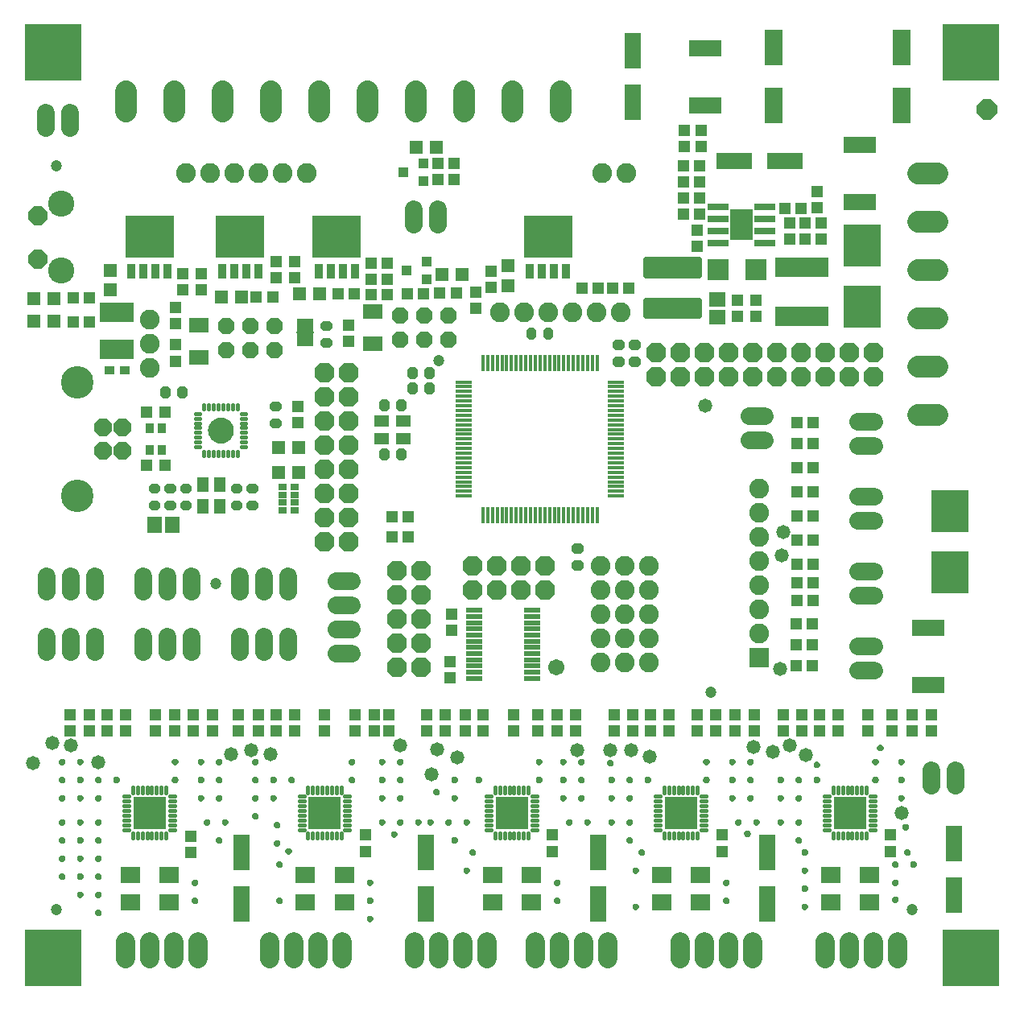
<source format=gts>
G75*
G70*
%OFA0B0*%
%FSLAX24Y24*%
%IPPOS*%
%LPD*%
%AMOC8*
5,1,8,0,0,1.08239X$1,22.5*
%
%ADD10C,0.0140*%
%ADD11OC8,0.0694*%
%ADD12R,0.0552X0.0552*%
%ADD13C,0.0347*%
%ADD14R,0.0178X0.0651*%
%ADD15R,0.0651X0.0178*%
%ADD16OC8,0.0740*%
%ADD17C,0.1346*%
%ADD18R,0.1419X0.0828*%
%ADD19R,0.0710X0.0540*%
%ADD20R,0.0720X0.0060*%
%ADD21C,0.0136*%
%ADD22C,0.0050*%
%ADD23R,0.0415X0.0356*%
%ADD24R,0.0474X0.0474*%
%ADD25R,0.0335X0.0276*%
%ADD26R,0.0493X0.0592*%
%ADD27R,0.0789X0.0631*%
%ADD28C,0.0792*%
%ADD29R,0.0790X0.0710*%
%ADD30R,0.0474X0.0513*%
%ADD31R,0.0710X0.1458*%
%ADD32R,0.0513X0.0474*%
%ADD33C,0.0720*%
%ADD34R,0.2380X0.2380*%
%ADD35OC8,0.0780*%
%ADD36C,0.1080*%
%ADD37R,0.0356X0.0631*%
%ADD38R,0.2049X0.1773*%
%ADD39R,0.1580X0.1749*%
%ADD40C,0.0905*%
%ADD41R,0.0713X0.0243*%
%ADD42R,0.0820X0.0820*%
%ADD43C,0.0820*%
%ADD44OC8,0.0820*%
%ADD45R,0.1458X0.0710*%
%ADD46R,0.0592X0.0493*%
%ADD47C,0.0580*%
%ADD48R,0.0860X0.0300*%
%ADD49R,0.0920X0.1260*%
%ADD50R,0.2245X0.0808*%
%ADD51R,0.0671X0.0592*%
%ADD52R,0.0867X0.0867*%
%ADD53R,0.0356X0.0434*%
%ADD54C,0.0217*%
%ADD55R,0.0592X0.0671*%
%ADD56OC8,0.0840*%
%ADD57R,0.1340X0.0710*%
%ADD58R,0.0780X0.1480*%
%ADD59R,0.1339X0.1339*%
%ADD60C,0.0474*%
%ADD61R,0.0434X0.0395*%
%ADD62C,0.0671*%
D10*
X010136Y012038D02*
X010138Y012054D01*
X010143Y012069D01*
X010152Y012083D01*
X010164Y012094D01*
X010178Y012102D01*
X010194Y012107D01*
X010210Y012108D01*
X010226Y012105D01*
X010241Y012099D01*
X010254Y012089D01*
X010264Y012076D01*
X010272Y012062D01*
X010276Y012046D01*
X010276Y012030D01*
X010272Y012014D01*
X010264Y012000D01*
X010254Y011987D01*
X010241Y011977D01*
X010226Y011971D01*
X010210Y011968D01*
X010194Y011969D01*
X010178Y011974D01*
X010164Y011982D01*
X010152Y011993D01*
X010143Y012007D01*
X010138Y012022D01*
X010136Y012038D01*
X010136Y012788D02*
X010138Y012804D01*
X010143Y012819D01*
X010152Y012833D01*
X010164Y012844D01*
X010178Y012852D01*
X010194Y012857D01*
X010210Y012858D01*
X010226Y012855D01*
X010241Y012849D01*
X010254Y012839D01*
X010264Y012826D01*
X010272Y012812D01*
X010276Y012796D01*
X010276Y012780D01*
X010272Y012764D01*
X010264Y012750D01*
X010254Y012737D01*
X010241Y012727D01*
X010226Y012721D01*
X010210Y012718D01*
X010194Y012719D01*
X010178Y012724D01*
X010164Y012732D01*
X010152Y012743D01*
X010143Y012757D01*
X010138Y012772D01*
X010136Y012788D01*
X009386Y012788D02*
X009388Y012804D01*
X009393Y012819D01*
X009402Y012833D01*
X009414Y012844D01*
X009428Y012852D01*
X009444Y012857D01*
X009460Y012858D01*
X009476Y012855D01*
X009491Y012849D01*
X009504Y012839D01*
X009514Y012826D01*
X009522Y012812D01*
X009526Y012796D01*
X009526Y012780D01*
X009522Y012764D01*
X009514Y012750D01*
X009504Y012737D01*
X009491Y012727D01*
X009476Y012721D01*
X009460Y012718D01*
X009444Y012719D01*
X009428Y012724D01*
X009414Y012732D01*
X009402Y012743D01*
X009393Y012757D01*
X009388Y012772D01*
X009386Y012788D01*
X009386Y013538D02*
X009388Y013554D01*
X009393Y013569D01*
X009402Y013583D01*
X009414Y013594D01*
X009428Y013602D01*
X009444Y013607D01*
X009460Y013608D01*
X009476Y013605D01*
X009491Y013599D01*
X009504Y013589D01*
X009514Y013576D01*
X009522Y013562D01*
X009526Y013546D01*
X009526Y013530D01*
X009522Y013514D01*
X009514Y013500D01*
X009504Y013487D01*
X009491Y013477D01*
X009476Y013471D01*
X009460Y013468D01*
X009444Y013469D01*
X009428Y013474D01*
X009414Y013482D01*
X009402Y013493D01*
X009393Y013507D01*
X009388Y013522D01*
X009386Y013538D01*
X009386Y014288D02*
X009388Y014304D01*
X009393Y014319D01*
X009402Y014333D01*
X009414Y014344D01*
X009428Y014352D01*
X009444Y014357D01*
X009460Y014358D01*
X009476Y014355D01*
X009491Y014349D01*
X009504Y014339D01*
X009514Y014326D01*
X009522Y014312D01*
X009526Y014296D01*
X009526Y014280D01*
X009522Y014264D01*
X009514Y014250D01*
X009504Y014237D01*
X009491Y014227D01*
X009476Y014221D01*
X009460Y014218D01*
X009444Y014219D01*
X009428Y014224D01*
X009414Y014232D01*
X009402Y014243D01*
X009393Y014257D01*
X009388Y014272D01*
X009386Y014288D01*
X010136Y014288D02*
X010138Y014304D01*
X010143Y014319D01*
X010152Y014333D01*
X010164Y014344D01*
X010178Y014352D01*
X010194Y014357D01*
X010210Y014358D01*
X010226Y014355D01*
X010241Y014349D01*
X010254Y014339D01*
X010264Y014326D01*
X010272Y014312D01*
X010276Y014296D01*
X010276Y014280D01*
X010272Y014264D01*
X010264Y014250D01*
X010254Y014237D01*
X010241Y014227D01*
X010226Y014221D01*
X010210Y014218D01*
X010194Y014219D01*
X010178Y014224D01*
X010164Y014232D01*
X010152Y014243D01*
X010143Y014257D01*
X010138Y014272D01*
X010136Y014288D01*
X010136Y013538D02*
X010138Y013554D01*
X010143Y013569D01*
X010152Y013583D01*
X010164Y013594D01*
X010178Y013602D01*
X010194Y013607D01*
X010210Y013608D01*
X010226Y013605D01*
X010241Y013599D01*
X010254Y013589D01*
X010264Y013576D01*
X010272Y013562D01*
X010276Y013546D01*
X010276Y013530D01*
X010272Y013514D01*
X010264Y013500D01*
X010254Y013487D01*
X010241Y013477D01*
X010226Y013471D01*
X010210Y013468D01*
X010194Y013469D01*
X010178Y013474D01*
X010164Y013482D01*
X010152Y013493D01*
X010143Y013507D01*
X010138Y013522D01*
X010136Y013538D01*
X008636Y013538D02*
X008638Y013554D01*
X008643Y013569D01*
X008652Y013583D01*
X008664Y013594D01*
X008678Y013602D01*
X008694Y013607D01*
X008710Y013608D01*
X008726Y013605D01*
X008741Y013599D01*
X008754Y013589D01*
X008764Y013576D01*
X008772Y013562D01*
X008776Y013546D01*
X008776Y013530D01*
X008772Y013514D01*
X008764Y013500D01*
X008754Y013487D01*
X008741Y013477D01*
X008726Y013471D01*
X008710Y013468D01*
X008694Y013469D01*
X008678Y013474D01*
X008664Y013482D01*
X008652Y013493D01*
X008643Y013507D01*
X008638Y013522D01*
X008636Y013538D01*
X008636Y014288D02*
X008638Y014304D01*
X008643Y014319D01*
X008652Y014333D01*
X008664Y014344D01*
X008678Y014352D01*
X008694Y014357D01*
X008710Y014358D01*
X008726Y014355D01*
X008741Y014349D01*
X008754Y014339D01*
X008764Y014326D01*
X008772Y014312D01*
X008776Y014296D01*
X008776Y014280D01*
X008772Y014264D01*
X008764Y014250D01*
X008754Y014237D01*
X008741Y014227D01*
X008726Y014221D01*
X008710Y014218D01*
X008694Y014219D01*
X008678Y014224D01*
X008664Y014232D01*
X008652Y014243D01*
X008643Y014257D01*
X008638Y014272D01*
X008636Y014288D01*
X008636Y015038D02*
X008638Y015054D01*
X008643Y015069D01*
X008652Y015083D01*
X008664Y015094D01*
X008678Y015102D01*
X008694Y015107D01*
X008710Y015108D01*
X008726Y015105D01*
X008741Y015099D01*
X008754Y015089D01*
X008764Y015076D01*
X008772Y015062D01*
X008776Y015046D01*
X008776Y015030D01*
X008772Y015014D01*
X008764Y015000D01*
X008754Y014987D01*
X008741Y014977D01*
X008726Y014971D01*
X008710Y014968D01*
X008694Y014969D01*
X008678Y014974D01*
X008664Y014982D01*
X008652Y014993D01*
X008643Y015007D01*
X008638Y015022D01*
X008636Y015038D01*
X008636Y015788D02*
X008638Y015804D01*
X008643Y015819D01*
X008652Y015833D01*
X008664Y015844D01*
X008678Y015852D01*
X008694Y015857D01*
X008710Y015858D01*
X008726Y015855D01*
X008741Y015849D01*
X008754Y015839D01*
X008764Y015826D01*
X008772Y015812D01*
X008776Y015796D01*
X008776Y015780D01*
X008772Y015764D01*
X008764Y015750D01*
X008754Y015737D01*
X008741Y015727D01*
X008726Y015721D01*
X008710Y015718D01*
X008694Y015719D01*
X008678Y015724D01*
X008664Y015732D01*
X008652Y015743D01*
X008643Y015757D01*
X008638Y015772D01*
X008636Y015788D01*
X009386Y015788D02*
X009388Y015804D01*
X009393Y015819D01*
X009402Y015833D01*
X009414Y015844D01*
X009428Y015852D01*
X009444Y015857D01*
X009460Y015858D01*
X009476Y015855D01*
X009491Y015849D01*
X009504Y015839D01*
X009514Y015826D01*
X009522Y015812D01*
X009526Y015796D01*
X009526Y015780D01*
X009522Y015764D01*
X009514Y015750D01*
X009504Y015737D01*
X009491Y015727D01*
X009476Y015721D01*
X009460Y015718D01*
X009444Y015719D01*
X009428Y015724D01*
X009414Y015732D01*
X009402Y015743D01*
X009393Y015757D01*
X009388Y015772D01*
X009386Y015788D01*
X009386Y015038D02*
X009388Y015054D01*
X009393Y015069D01*
X009402Y015083D01*
X009414Y015094D01*
X009428Y015102D01*
X009444Y015107D01*
X009460Y015108D01*
X009476Y015105D01*
X009491Y015099D01*
X009504Y015089D01*
X009514Y015076D01*
X009522Y015062D01*
X009526Y015046D01*
X009526Y015030D01*
X009522Y015014D01*
X009514Y015000D01*
X009504Y014987D01*
X009491Y014977D01*
X009476Y014971D01*
X009460Y014968D01*
X009444Y014969D01*
X009428Y014974D01*
X009414Y014982D01*
X009402Y014993D01*
X009393Y015007D01*
X009388Y015022D01*
X009386Y015038D01*
X010136Y015038D02*
X010138Y015054D01*
X010143Y015069D01*
X010152Y015083D01*
X010164Y015094D01*
X010178Y015102D01*
X010194Y015107D01*
X010210Y015108D01*
X010226Y015105D01*
X010241Y015099D01*
X010254Y015089D01*
X010264Y015076D01*
X010272Y015062D01*
X010276Y015046D01*
X010276Y015030D01*
X010272Y015014D01*
X010264Y015000D01*
X010254Y014987D01*
X010241Y014977D01*
X010226Y014971D01*
X010210Y014968D01*
X010194Y014969D01*
X010178Y014974D01*
X010164Y014982D01*
X010152Y014993D01*
X010143Y015007D01*
X010138Y015022D01*
X010136Y015038D01*
X010136Y015788D02*
X010138Y015804D01*
X010143Y015819D01*
X010152Y015833D01*
X010164Y015844D01*
X010178Y015852D01*
X010194Y015857D01*
X010210Y015858D01*
X010226Y015855D01*
X010241Y015849D01*
X010254Y015839D01*
X010264Y015826D01*
X010272Y015812D01*
X010276Y015796D01*
X010276Y015780D01*
X010272Y015764D01*
X010264Y015750D01*
X010254Y015737D01*
X010241Y015727D01*
X010226Y015721D01*
X010210Y015718D01*
X010194Y015719D01*
X010178Y015724D01*
X010164Y015732D01*
X010152Y015743D01*
X010143Y015757D01*
X010138Y015772D01*
X010136Y015788D01*
X010136Y016788D02*
X010138Y016804D01*
X010143Y016819D01*
X010152Y016833D01*
X010164Y016844D01*
X010178Y016852D01*
X010194Y016857D01*
X010210Y016858D01*
X010226Y016855D01*
X010241Y016849D01*
X010254Y016839D01*
X010264Y016826D01*
X010272Y016812D01*
X010276Y016796D01*
X010276Y016780D01*
X010272Y016764D01*
X010264Y016750D01*
X010254Y016737D01*
X010241Y016727D01*
X010226Y016721D01*
X010210Y016718D01*
X010194Y016719D01*
X010178Y016724D01*
X010164Y016732D01*
X010152Y016743D01*
X010143Y016757D01*
X010138Y016772D01*
X010136Y016788D01*
X009386Y016788D02*
X009388Y016804D01*
X009393Y016819D01*
X009402Y016833D01*
X009414Y016844D01*
X009428Y016852D01*
X009444Y016857D01*
X009460Y016858D01*
X009476Y016855D01*
X009491Y016849D01*
X009504Y016839D01*
X009514Y016826D01*
X009522Y016812D01*
X009526Y016796D01*
X009526Y016780D01*
X009522Y016764D01*
X009514Y016750D01*
X009504Y016737D01*
X009491Y016727D01*
X009476Y016721D01*
X009460Y016718D01*
X009444Y016719D01*
X009428Y016724D01*
X009414Y016732D01*
X009402Y016743D01*
X009393Y016757D01*
X009388Y016772D01*
X009386Y016788D01*
X009386Y017538D02*
X009388Y017554D01*
X009393Y017569D01*
X009402Y017583D01*
X009414Y017594D01*
X009428Y017602D01*
X009444Y017607D01*
X009460Y017608D01*
X009476Y017605D01*
X009491Y017599D01*
X009504Y017589D01*
X009514Y017576D01*
X009522Y017562D01*
X009526Y017546D01*
X009526Y017530D01*
X009522Y017514D01*
X009514Y017500D01*
X009504Y017487D01*
X009491Y017477D01*
X009476Y017471D01*
X009460Y017468D01*
X009444Y017469D01*
X009428Y017474D01*
X009414Y017482D01*
X009402Y017493D01*
X009393Y017507D01*
X009388Y017522D01*
X009386Y017538D01*
X010136Y017538D02*
X010138Y017554D01*
X010143Y017569D01*
X010152Y017583D01*
X010164Y017594D01*
X010178Y017602D01*
X010194Y017607D01*
X010210Y017608D01*
X010226Y017605D01*
X010241Y017599D01*
X010254Y017589D01*
X010264Y017576D01*
X010272Y017562D01*
X010276Y017546D01*
X010276Y017530D01*
X010272Y017514D01*
X010264Y017500D01*
X010254Y017487D01*
X010241Y017477D01*
X010226Y017471D01*
X010210Y017468D01*
X010194Y017469D01*
X010178Y017474D01*
X010164Y017482D01*
X010152Y017493D01*
X010143Y017507D01*
X010138Y017522D01*
X010136Y017538D01*
X010886Y017538D02*
X010888Y017554D01*
X010893Y017569D01*
X010902Y017583D01*
X010914Y017594D01*
X010928Y017602D01*
X010944Y017607D01*
X010960Y017608D01*
X010976Y017605D01*
X010991Y017599D01*
X011004Y017589D01*
X011014Y017576D01*
X011022Y017562D01*
X011026Y017546D01*
X011026Y017530D01*
X011022Y017514D01*
X011014Y017500D01*
X011004Y017487D01*
X010991Y017477D01*
X010976Y017471D01*
X010960Y017468D01*
X010944Y017469D01*
X010928Y017474D01*
X010914Y017482D01*
X010902Y017493D01*
X010893Y017507D01*
X010888Y017522D01*
X010886Y017538D01*
X009386Y018288D02*
X009388Y018304D01*
X009393Y018319D01*
X009402Y018333D01*
X009414Y018344D01*
X009428Y018352D01*
X009444Y018357D01*
X009460Y018358D01*
X009476Y018355D01*
X009491Y018349D01*
X009504Y018339D01*
X009514Y018326D01*
X009522Y018312D01*
X009526Y018296D01*
X009526Y018280D01*
X009522Y018264D01*
X009514Y018250D01*
X009504Y018237D01*
X009491Y018227D01*
X009476Y018221D01*
X009460Y018218D01*
X009444Y018219D01*
X009428Y018224D01*
X009414Y018232D01*
X009402Y018243D01*
X009393Y018257D01*
X009388Y018272D01*
X009386Y018288D01*
X008636Y018288D02*
X008638Y018304D01*
X008643Y018319D01*
X008652Y018333D01*
X008664Y018344D01*
X008678Y018352D01*
X008694Y018357D01*
X008710Y018358D01*
X008726Y018355D01*
X008741Y018349D01*
X008754Y018339D01*
X008764Y018326D01*
X008772Y018312D01*
X008776Y018296D01*
X008776Y018280D01*
X008772Y018264D01*
X008764Y018250D01*
X008754Y018237D01*
X008741Y018227D01*
X008726Y018221D01*
X008710Y018218D01*
X008694Y018219D01*
X008678Y018224D01*
X008664Y018232D01*
X008652Y018243D01*
X008643Y018257D01*
X008638Y018272D01*
X008636Y018288D01*
X008636Y017538D02*
X008638Y017554D01*
X008643Y017569D01*
X008652Y017583D01*
X008664Y017594D01*
X008678Y017602D01*
X008694Y017607D01*
X008710Y017608D01*
X008726Y017605D01*
X008741Y017599D01*
X008754Y017589D01*
X008764Y017576D01*
X008772Y017562D01*
X008776Y017546D01*
X008776Y017530D01*
X008772Y017514D01*
X008764Y017500D01*
X008754Y017487D01*
X008741Y017477D01*
X008726Y017471D01*
X008710Y017468D01*
X008694Y017469D01*
X008678Y017474D01*
X008664Y017482D01*
X008652Y017493D01*
X008643Y017507D01*
X008638Y017522D01*
X008636Y017538D01*
X008636Y016788D02*
X008638Y016804D01*
X008643Y016819D01*
X008652Y016833D01*
X008664Y016844D01*
X008678Y016852D01*
X008694Y016857D01*
X008710Y016858D01*
X008726Y016855D01*
X008741Y016849D01*
X008754Y016839D01*
X008764Y016826D01*
X008772Y016812D01*
X008776Y016796D01*
X008776Y016780D01*
X008772Y016764D01*
X008764Y016750D01*
X008754Y016737D01*
X008741Y016727D01*
X008726Y016721D01*
X008710Y016718D01*
X008694Y016719D01*
X008678Y016724D01*
X008664Y016732D01*
X008652Y016743D01*
X008643Y016757D01*
X008638Y016772D01*
X008636Y016788D01*
X013311Y017538D02*
X013313Y017554D01*
X013318Y017569D01*
X013327Y017583D01*
X013339Y017594D01*
X013353Y017602D01*
X013369Y017607D01*
X013385Y017608D01*
X013401Y017605D01*
X013416Y017599D01*
X013429Y017589D01*
X013439Y017576D01*
X013447Y017562D01*
X013451Y017546D01*
X013451Y017530D01*
X013447Y017514D01*
X013439Y017500D01*
X013429Y017487D01*
X013416Y017477D01*
X013401Y017471D01*
X013385Y017468D01*
X013369Y017469D01*
X013353Y017474D01*
X013339Y017482D01*
X013327Y017493D01*
X013318Y017507D01*
X013313Y017522D01*
X013311Y017538D01*
X013311Y018288D02*
X013313Y018304D01*
X013318Y018319D01*
X013327Y018333D01*
X013339Y018344D01*
X013353Y018352D01*
X013369Y018357D01*
X013385Y018358D01*
X013401Y018355D01*
X013416Y018349D01*
X013429Y018339D01*
X013439Y018326D01*
X013447Y018312D01*
X013451Y018296D01*
X013451Y018280D01*
X013447Y018264D01*
X013439Y018250D01*
X013429Y018237D01*
X013416Y018227D01*
X013401Y018221D01*
X013385Y018218D01*
X013369Y018219D01*
X013353Y018224D01*
X013339Y018232D01*
X013327Y018243D01*
X013318Y018257D01*
X013313Y018272D01*
X013311Y018288D01*
X014386Y018288D02*
X014388Y018304D01*
X014393Y018319D01*
X014402Y018333D01*
X014414Y018344D01*
X014428Y018352D01*
X014444Y018357D01*
X014460Y018358D01*
X014476Y018355D01*
X014491Y018349D01*
X014504Y018339D01*
X014514Y018326D01*
X014522Y018312D01*
X014526Y018296D01*
X014526Y018280D01*
X014522Y018264D01*
X014514Y018250D01*
X014504Y018237D01*
X014491Y018227D01*
X014476Y018221D01*
X014460Y018218D01*
X014444Y018219D01*
X014428Y018224D01*
X014414Y018232D01*
X014402Y018243D01*
X014393Y018257D01*
X014388Y018272D01*
X014386Y018288D01*
X014386Y017538D02*
X014388Y017554D01*
X014393Y017569D01*
X014402Y017583D01*
X014414Y017594D01*
X014428Y017602D01*
X014444Y017607D01*
X014460Y017608D01*
X014476Y017605D01*
X014491Y017599D01*
X014504Y017589D01*
X014514Y017576D01*
X014522Y017562D01*
X014526Y017546D01*
X014526Y017530D01*
X014522Y017514D01*
X014514Y017500D01*
X014504Y017487D01*
X014491Y017477D01*
X014476Y017471D01*
X014460Y017468D01*
X014444Y017469D01*
X014428Y017474D01*
X014414Y017482D01*
X014402Y017493D01*
X014393Y017507D01*
X014388Y017522D01*
X014386Y017538D01*
X014386Y016788D02*
X014388Y016804D01*
X014393Y016819D01*
X014402Y016833D01*
X014414Y016844D01*
X014428Y016852D01*
X014444Y016857D01*
X014460Y016858D01*
X014476Y016855D01*
X014491Y016849D01*
X014504Y016839D01*
X014514Y016826D01*
X014522Y016812D01*
X014526Y016796D01*
X014526Y016780D01*
X014522Y016764D01*
X014514Y016750D01*
X014504Y016737D01*
X014491Y016727D01*
X014476Y016721D01*
X014460Y016718D01*
X014444Y016719D01*
X014428Y016724D01*
X014414Y016732D01*
X014402Y016743D01*
X014393Y016757D01*
X014388Y016772D01*
X014386Y016788D01*
X015136Y016788D02*
X015138Y016804D01*
X015143Y016819D01*
X015152Y016833D01*
X015164Y016844D01*
X015178Y016852D01*
X015194Y016857D01*
X015210Y016858D01*
X015226Y016855D01*
X015241Y016849D01*
X015254Y016839D01*
X015264Y016826D01*
X015272Y016812D01*
X015276Y016796D01*
X015276Y016780D01*
X015272Y016764D01*
X015264Y016750D01*
X015254Y016737D01*
X015241Y016727D01*
X015226Y016721D01*
X015210Y016718D01*
X015194Y016719D01*
X015178Y016724D01*
X015164Y016732D01*
X015152Y016743D01*
X015143Y016757D01*
X015138Y016772D01*
X015136Y016788D01*
X015136Y017538D02*
X015138Y017554D01*
X015143Y017569D01*
X015152Y017583D01*
X015164Y017594D01*
X015178Y017602D01*
X015194Y017607D01*
X015210Y017608D01*
X015226Y017605D01*
X015241Y017599D01*
X015254Y017589D01*
X015264Y017576D01*
X015272Y017562D01*
X015276Y017546D01*
X015276Y017530D01*
X015272Y017514D01*
X015264Y017500D01*
X015254Y017487D01*
X015241Y017477D01*
X015226Y017471D01*
X015210Y017468D01*
X015194Y017469D01*
X015178Y017474D01*
X015164Y017482D01*
X015152Y017493D01*
X015143Y017507D01*
X015138Y017522D01*
X015136Y017538D01*
X015136Y018288D02*
X015138Y018304D01*
X015143Y018319D01*
X015152Y018333D01*
X015164Y018344D01*
X015178Y018352D01*
X015194Y018357D01*
X015210Y018358D01*
X015226Y018355D01*
X015241Y018349D01*
X015254Y018339D01*
X015264Y018326D01*
X015272Y018312D01*
X015276Y018296D01*
X015276Y018280D01*
X015272Y018264D01*
X015264Y018250D01*
X015254Y018237D01*
X015241Y018227D01*
X015226Y018221D01*
X015210Y018218D01*
X015194Y018219D01*
X015178Y018224D01*
X015164Y018232D01*
X015152Y018243D01*
X015143Y018257D01*
X015138Y018272D01*
X015136Y018288D01*
X016636Y018288D02*
X016638Y018304D01*
X016643Y018319D01*
X016652Y018333D01*
X016664Y018344D01*
X016678Y018352D01*
X016694Y018357D01*
X016710Y018358D01*
X016726Y018355D01*
X016741Y018349D01*
X016754Y018339D01*
X016764Y018326D01*
X016772Y018312D01*
X016776Y018296D01*
X016776Y018280D01*
X016772Y018264D01*
X016764Y018250D01*
X016754Y018237D01*
X016741Y018227D01*
X016726Y018221D01*
X016710Y018218D01*
X016694Y018219D01*
X016678Y018224D01*
X016664Y018232D01*
X016652Y018243D01*
X016643Y018257D01*
X016638Y018272D01*
X016636Y018288D01*
X016636Y017538D02*
X016638Y017554D01*
X016643Y017569D01*
X016652Y017583D01*
X016664Y017594D01*
X016678Y017602D01*
X016694Y017607D01*
X016710Y017608D01*
X016726Y017605D01*
X016741Y017599D01*
X016754Y017589D01*
X016764Y017576D01*
X016772Y017562D01*
X016776Y017546D01*
X016776Y017530D01*
X016772Y017514D01*
X016764Y017500D01*
X016754Y017487D01*
X016741Y017477D01*
X016726Y017471D01*
X016710Y017468D01*
X016694Y017469D01*
X016678Y017474D01*
X016664Y017482D01*
X016652Y017493D01*
X016643Y017507D01*
X016638Y017522D01*
X016636Y017538D01*
X016636Y016788D02*
X016638Y016804D01*
X016643Y016819D01*
X016652Y016833D01*
X016664Y016844D01*
X016678Y016852D01*
X016694Y016857D01*
X016710Y016858D01*
X016726Y016855D01*
X016741Y016849D01*
X016754Y016839D01*
X016764Y016826D01*
X016772Y016812D01*
X016776Y016796D01*
X016776Y016780D01*
X016772Y016764D01*
X016764Y016750D01*
X016754Y016737D01*
X016741Y016727D01*
X016726Y016721D01*
X016710Y016718D01*
X016694Y016719D01*
X016678Y016724D01*
X016664Y016732D01*
X016652Y016743D01*
X016643Y016757D01*
X016638Y016772D01*
X016636Y016788D01*
X017386Y016788D02*
X017388Y016804D01*
X017393Y016819D01*
X017402Y016833D01*
X017414Y016844D01*
X017428Y016852D01*
X017444Y016857D01*
X017460Y016858D01*
X017476Y016855D01*
X017491Y016849D01*
X017504Y016839D01*
X017514Y016826D01*
X017522Y016812D01*
X017526Y016796D01*
X017526Y016780D01*
X017522Y016764D01*
X017514Y016750D01*
X017504Y016737D01*
X017491Y016727D01*
X017476Y016721D01*
X017460Y016718D01*
X017444Y016719D01*
X017428Y016724D01*
X017414Y016732D01*
X017402Y016743D01*
X017393Y016757D01*
X017388Y016772D01*
X017386Y016788D01*
X017386Y017538D02*
X017388Y017554D01*
X017393Y017569D01*
X017402Y017583D01*
X017414Y017594D01*
X017428Y017602D01*
X017444Y017607D01*
X017460Y017608D01*
X017476Y017605D01*
X017491Y017599D01*
X017504Y017589D01*
X017514Y017576D01*
X017522Y017562D01*
X017526Y017546D01*
X017526Y017530D01*
X017522Y017514D01*
X017514Y017500D01*
X017504Y017487D01*
X017491Y017477D01*
X017476Y017471D01*
X017460Y017468D01*
X017444Y017469D01*
X017428Y017474D01*
X017414Y017482D01*
X017402Y017493D01*
X017393Y017507D01*
X017388Y017522D01*
X017386Y017538D01*
X018136Y017538D02*
X018138Y017554D01*
X018143Y017569D01*
X018152Y017583D01*
X018164Y017594D01*
X018178Y017602D01*
X018194Y017607D01*
X018210Y017608D01*
X018226Y017605D01*
X018241Y017599D01*
X018254Y017589D01*
X018264Y017576D01*
X018272Y017562D01*
X018276Y017546D01*
X018276Y017530D01*
X018272Y017514D01*
X018264Y017500D01*
X018254Y017487D01*
X018241Y017477D01*
X018226Y017471D01*
X018210Y017468D01*
X018194Y017469D01*
X018178Y017474D01*
X018164Y017482D01*
X018152Y017493D01*
X018143Y017507D01*
X018138Y017522D01*
X018136Y017538D01*
X016636Y016038D02*
X016638Y016054D01*
X016643Y016069D01*
X016652Y016083D01*
X016664Y016094D01*
X016678Y016102D01*
X016694Y016107D01*
X016710Y016108D01*
X016726Y016105D01*
X016741Y016099D01*
X016754Y016089D01*
X016764Y016076D01*
X016772Y016062D01*
X016776Y016046D01*
X016776Y016030D01*
X016772Y016014D01*
X016764Y016000D01*
X016754Y015987D01*
X016741Y015977D01*
X016726Y015971D01*
X016710Y015968D01*
X016694Y015969D01*
X016678Y015974D01*
X016664Y015982D01*
X016652Y015993D01*
X016643Y016007D01*
X016638Y016022D01*
X016636Y016038D01*
X017536Y015663D02*
X017538Y015679D01*
X017543Y015694D01*
X017552Y015708D01*
X017564Y015719D01*
X017578Y015727D01*
X017594Y015732D01*
X017610Y015733D01*
X017626Y015730D01*
X017641Y015724D01*
X017654Y015714D01*
X017664Y015701D01*
X017672Y015687D01*
X017676Y015671D01*
X017676Y015655D01*
X017672Y015639D01*
X017664Y015625D01*
X017654Y015612D01*
X017641Y015602D01*
X017626Y015596D01*
X017610Y015593D01*
X017594Y015594D01*
X017578Y015599D01*
X017564Y015607D01*
X017552Y015618D01*
X017543Y015632D01*
X017538Y015647D01*
X017536Y015663D01*
X017536Y014913D02*
X017538Y014929D01*
X017543Y014944D01*
X017552Y014958D01*
X017564Y014969D01*
X017578Y014977D01*
X017594Y014982D01*
X017610Y014983D01*
X017626Y014980D01*
X017641Y014974D01*
X017654Y014964D01*
X017664Y014951D01*
X017672Y014937D01*
X017676Y014921D01*
X017676Y014905D01*
X017672Y014889D01*
X017664Y014875D01*
X017654Y014862D01*
X017641Y014852D01*
X017626Y014846D01*
X017610Y014843D01*
X017594Y014844D01*
X017578Y014849D01*
X017564Y014857D01*
X017552Y014868D01*
X017543Y014882D01*
X017538Y014897D01*
X017536Y014913D01*
X018011Y014588D02*
X018013Y014604D01*
X018018Y014619D01*
X018027Y014633D01*
X018039Y014644D01*
X018053Y014652D01*
X018069Y014657D01*
X018085Y014658D01*
X018101Y014655D01*
X018116Y014649D01*
X018129Y014639D01*
X018139Y014626D01*
X018147Y014612D01*
X018151Y014596D01*
X018151Y014580D01*
X018147Y014564D01*
X018139Y014550D01*
X018129Y014537D01*
X018116Y014527D01*
X018101Y014521D01*
X018085Y014518D01*
X018069Y014519D01*
X018053Y014524D01*
X018039Y014532D01*
X018027Y014543D01*
X018018Y014557D01*
X018013Y014572D01*
X018011Y014588D01*
X017636Y014038D02*
X017638Y014054D01*
X017643Y014069D01*
X017652Y014083D01*
X017664Y014094D01*
X017678Y014102D01*
X017694Y014107D01*
X017710Y014108D01*
X017726Y014105D01*
X017741Y014099D01*
X017754Y014089D01*
X017764Y014076D01*
X017772Y014062D01*
X017776Y014046D01*
X017776Y014030D01*
X017772Y014014D01*
X017764Y014000D01*
X017754Y013987D01*
X017741Y013977D01*
X017726Y013971D01*
X017710Y013968D01*
X017694Y013969D01*
X017678Y013974D01*
X017664Y013982D01*
X017652Y013993D01*
X017643Y014007D01*
X017638Y014022D01*
X017636Y014038D01*
X017636Y012538D02*
X017638Y012554D01*
X017643Y012569D01*
X017652Y012583D01*
X017664Y012594D01*
X017678Y012602D01*
X017694Y012607D01*
X017710Y012608D01*
X017726Y012605D01*
X017741Y012599D01*
X017754Y012589D01*
X017764Y012576D01*
X017772Y012562D01*
X017776Y012546D01*
X017776Y012530D01*
X017772Y012514D01*
X017764Y012500D01*
X017754Y012487D01*
X017741Y012477D01*
X017726Y012471D01*
X017710Y012468D01*
X017694Y012469D01*
X017678Y012474D01*
X017664Y012482D01*
X017652Y012493D01*
X017643Y012507D01*
X017638Y012522D01*
X017636Y012538D01*
X015136Y015038D02*
X015138Y015054D01*
X015143Y015069D01*
X015152Y015083D01*
X015164Y015094D01*
X015178Y015102D01*
X015194Y015107D01*
X015210Y015108D01*
X015226Y015105D01*
X015241Y015099D01*
X015254Y015089D01*
X015264Y015076D01*
X015272Y015062D01*
X015276Y015046D01*
X015276Y015030D01*
X015272Y015014D01*
X015264Y015000D01*
X015254Y014987D01*
X015241Y014977D01*
X015226Y014971D01*
X015210Y014968D01*
X015194Y014969D01*
X015178Y014974D01*
X015164Y014982D01*
X015152Y014993D01*
X015143Y015007D01*
X015138Y015022D01*
X015136Y015038D01*
X015386Y015788D02*
X015388Y015804D01*
X015393Y015819D01*
X015402Y015833D01*
X015414Y015844D01*
X015428Y015852D01*
X015444Y015857D01*
X015460Y015858D01*
X015476Y015855D01*
X015491Y015849D01*
X015504Y015839D01*
X015514Y015826D01*
X015522Y015812D01*
X015526Y015796D01*
X015526Y015780D01*
X015522Y015764D01*
X015514Y015750D01*
X015504Y015737D01*
X015491Y015727D01*
X015476Y015721D01*
X015460Y015718D01*
X015444Y015719D01*
X015428Y015724D01*
X015414Y015732D01*
X015402Y015743D01*
X015393Y015757D01*
X015388Y015772D01*
X015386Y015788D01*
X014636Y015788D02*
X014638Y015804D01*
X014643Y015819D01*
X014652Y015833D01*
X014664Y015844D01*
X014678Y015852D01*
X014694Y015857D01*
X014710Y015858D01*
X014726Y015855D01*
X014741Y015849D01*
X014754Y015839D01*
X014764Y015826D01*
X014772Y015812D01*
X014776Y015796D01*
X014776Y015780D01*
X014772Y015764D01*
X014764Y015750D01*
X014754Y015737D01*
X014741Y015727D01*
X014726Y015721D01*
X014710Y015718D01*
X014694Y015719D01*
X014678Y015724D01*
X014664Y015732D01*
X014652Y015743D01*
X014643Y015757D01*
X014638Y015772D01*
X014636Y015788D01*
X014136Y013288D02*
X014138Y013304D01*
X014143Y013319D01*
X014152Y013333D01*
X014164Y013344D01*
X014178Y013352D01*
X014194Y013357D01*
X014210Y013358D01*
X014226Y013355D01*
X014241Y013349D01*
X014254Y013339D01*
X014264Y013326D01*
X014272Y013312D01*
X014276Y013296D01*
X014276Y013280D01*
X014272Y013264D01*
X014264Y013250D01*
X014254Y013237D01*
X014241Y013227D01*
X014226Y013221D01*
X014210Y013218D01*
X014194Y013219D01*
X014178Y013224D01*
X014164Y013232D01*
X014152Y013243D01*
X014143Y013257D01*
X014138Y013272D01*
X014136Y013288D01*
X014136Y012538D02*
X014138Y012554D01*
X014143Y012569D01*
X014152Y012583D01*
X014164Y012594D01*
X014178Y012602D01*
X014194Y012607D01*
X014210Y012608D01*
X014226Y012605D01*
X014241Y012599D01*
X014254Y012589D01*
X014264Y012576D01*
X014272Y012562D01*
X014276Y012546D01*
X014276Y012530D01*
X014272Y012514D01*
X014264Y012500D01*
X014254Y012487D01*
X014241Y012477D01*
X014226Y012471D01*
X014210Y012468D01*
X014194Y012469D01*
X014178Y012474D01*
X014164Y012482D01*
X014152Y012493D01*
X014143Y012507D01*
X014138Y012522D01*
X014136Y012538D01*
X020636Y017538D02*
X020638Y017554D01*
X020643Y017569D01*
X020652Y017583D01*
X020664Y017594D01*
X020678Y017602D01*
X020694Y017607D01*
X020710Y017608D01*
X020726Y017605D01*
X020741Y017599D01*
X020754Y017589D01*
X020764Y017576D01*
X020772Y017562D01*
X020776Y017546D01*
X020776Y017530D01*
X020772Y017514D01*
X020764Y017500D01*
X020754Y017487D01*
X020741Y017477D01*
X020726Y017471D01*
X020710Y017468D01*
X020694Y017469D01*
X020678Y017474D01*
X020664Y017482D01*
X020652Y017493D01*
X020643Y017507D01*
X020638Y017522D01*
X020636Y017538D01*
X020636Y018288D02*
X020638Y018304D01*
X020643Y018319D01*
X020652Y018333D01*
X020664Y018344D01*
X020678Y018352D01*
X020694Y018357D01*
X020710Y018358D01*
X020726Y018355D01*
X020741Y018349D01*
X020754Y018339D01*
X020764Y018326D01*
X020772Y018312D01*
X020776Y018296D01*
X020776Y018280D01*
X020772Y018264D01*
X020764Y018250D01*
X020754Y018237D01*
X020741Y018227D01*
X020726Y018221D01*
X020710Y018218D01*
X020694Y018219D01*
X020678Y018224D01*
X020664Y018232D01*
X020652Y018243D01*
X020643Y018257D01*
X020638Y018272D01*
X020636Y018288D01*
X021886Y018288D02*
X021888Y018304D01*
X021893Y018319D01*
X021902Y018333D01*
X021914Y018344D01*
X021928Y018352D01*
X021944Y018357D01*
X021960Y018358D01*
X021976Y018355D01*
X021991Y018349D01*
X022004Y018339D01*
X022014Y018326D01*
X022022Y018312D01*
X022026Y018296D01*
X022026Y018280D01*
X022022Y018264D01*
X022014Y018250D01*
X022004Y018237D01*
X021991Y018227D01*
X021976Y018221D01*
X021960Y018218D01*
X021944Y018219D01*
X021928Y018224D01*
X021914Y018232D01*
X021902Y018243D01*
X021893Y018257D01*
X021888Y018272D01*
X021886Y018288D01*
X022636Y018288D02*
X022638Y018304D01*
X022643Y018319D01*
X022652Y018333D01*
X022664Y018344D01*
X022678Y018352D01*
X022694Y018357D01*
X022710Y018358D01*
X022726Y018355D01*
X022741Y018349D01*
X022754Y018339D01*
X022764Y018326D01*
X022772Y018312D01*
X022776Y018296D01*
X022776Y018280D01*
X022772Y018264D01*
X022764Y018250D01*
X022754Y018237D01*
X022741Y018227D01*
X022726Y018221D01*
X022710Y018218D01*
X022694Y018219D01*
X022678Y018224D01*
X022664Y018232D01*
X022652Y018243D01*
X022643Y018257D01*
X022638Y018272D01*
X022636Y018288D01*
X022636Y017538D02*
X022638Y017554D01*
X022643Y017569D01*
X022652Y017583D01*
X022664Y017594D01*
X022678Y017602D01*
X022694Y017607D01*
X022710Y017608D01*
X022726Y017605D01*
X022741Y017599D01*
X022754Y017589D01*
X022764Y017576D01*
X022772Y017562D01*
X022776Y017546D01*
X022776Y017530D01*
X022772Y017514D01*
X022764Y017500D01*
X022754Y017487D01*
X022741Y017477D01*
X022726Y017471D01*
X022710Y017468D01*
X022694Y017469D01*
X022678Y017474D01*
X022664Y017482D01*
X022652Y017493D01*
X022643Y017507D01*
X022638Y017522D01*
X022636Y017538D01*
X021886Y017538D02*
X021888Y017554D01*
X021893Y017569D01*
X021902Y017583D01*
X021914Y017594D01*
X021928Y017602D01*
X021944Y017607D01*
X021960Y017608D01*
X021976Y017605D01*
X021991Y017599D01*
X022004Y017589D01*
X022014Y017576D01*
X022022Y017562D01*
X022026Y017546D01*
X022026Y017530D01*
X022022Y017514D01*
X022014Y017500D01*
X022004Y017487D01*
X021991Y017477D01*
X021976Y017471D01*
X021960Y017468D01*
X021944Y017469D01*
X021928Y017474D01*
X021914Y017482D01*
X021902Y017493D01*
X021893Y017507D01*
X021888Y017522D01*
X021886Y017538D01*
X021886Y016788D02*
X021888Y016804D01*
X021893Y016819D01*
X021902Y016833D01*
X021914Y016844D01*
X021928Y016852D01*
X021944Y016857D01*
X021960Y016858D01*
X021976Y016855D01*
X021991Y016849D01*
X022004Y016839D01*
X022014Y016826D01*
X022022Y016812D01*
X022026Y016796D01*
X022026Y016780D01*
X022022Y016764D01*
X022014Y016750D01*
X022004Y016737D01*
X021991Y016727D01*
X021976Y016721D01*
X021960Y016718D01*
X021944Y016719D01*
X021928Y016724D01*
X021914Y016732D01*
X021902Y016743D01*
X021893Y016757D01*
X021888Y016772D01*
X021886Y016788D01*
X022636Y016788D02*
X022638Y016804D01*
X022643Y016819D01*
X022652Y016833D01*
X022664Y016844D01*
X022678Y016852D01*
X022694Y016857D01*
X022710Y016858D01*
X022726Y016855D01*
X022741Y016849D01*
X022754Y016839D01*
X022764Y016826D01*
X022772Y016812D01*
X022776Y016796D01*
X022776Y016780D01*
X022772Y016764D01*
X022764Y016750D01*
X022754Y016737D01*
X022741Y016727D01*
X022726Y016721D01*
X022710Y016718D01*
X022694Y016719D01*
X022678Y016724D01*
X022664Y016732D01*
X022652Y016743D01*
X022643Y016757D01*
X022638Y016772D01*
X022636Y016788D01*
X022636Y015788D02*
X022638Y015804D01*
X022643Y015819D01*
X022652Y015833D01*
X022664Y015844D01*
X022678Y015852D01*
X022694Y015857D01*
X022710Y015858D01*
X022726Y015855D01*
X022741Y015849D01*
X022754Y015839D01*
X022764Y015826D01*
X022772Y015812D01*
X022776Y015796D01*
X022776Y015780D01*
X022772Y015764D01*
X022764Y015750D01*
X022754Y015737D01*
X022741Y015727D01*
X022726Y015721D01*
X022710Y015718D01*
X022694Y015719D01*
X022678Y015724D01*
X022664Y015732D01*
X022652Y015743D01*
X022643Y015757D01*
X022638Y015772D01*
X022636Y015788D01*
X022386Y015288D02*
X022388Y015304D01*
X022393Y015319D01*
X022402Y015333D01*
X022414Y015344D01*
X022428Y015352D01*
X022444Y015357D01*
X022460Y015358D01*
X022476Y015355D01*
X022491Y015349D01*
X022504Y015339D01*
X022514Y015326D01*
X022522Y015312D01*
X022526Y015296D01*
X022526Y015280D01*
X022522Y015264D01*
X022514Y015250D01*
X022504Y015237D01*
X022491Y015227D01*
X022476Y015221D01*
X022460Y015218D01*
X022444Y015219D01*
X022428Y015224D01*
X022414Y015232D01*
X022402Y015243D01*
X022393Y015257D01*
X022388Y015272D01*
X022386Y015288D01*
X021886Y015788D02*
X021888Y015804D01*
X021893Y015819D01*
X021902Y015833D01*
X021914Y015844D01*
X021928Y015852D01*
X021944Y015857D01*
X021960Y015858D01*
X021976Y015855D01*
X021991Y015849D01*
X022004Y015839D01*
X022014Y015826D01*
X022022Y015812D01*
X022026Y015796D01*
X022026Y015780D01*
X022022Y015764D01*
X022014Y015750D01*
X022004Y015737D01*
X021991Y015727D01*
X021976Y015721D01*
X021960Y015718D01*
X021944Y015719D01*
X021928Y015724D01*
X021914Y015732D01*
X021902Y015743D01*
X021893Y015757D01*
X021888Y015772D01*
X021886Y015788D01*
X023386Y015788D02*
X023388Y015804D01*
X023393Y015819D01*
X023402Y015833D01*
X023414Y015844D01*
X023428Y015852D01*
X023444Y015857D01*
X023460Y015858D01*
X023476Y015855D01*
X023491Y015849D01*
X023504Y015839D01*
X023514Y015826D01*
X023522Y015812D01*
X023526Y015796D01*
X023526Y015780D01*
X023522Y015764D01*
X023514Y015750D01*
X023504Y015737D01*
X023491Y015727D01*
X023476Y015721D01*
X023460Y015718D01*
X023444Y015719D01*
X023428Y015724D01*
X023414Y015732D01*
X023402Y015743D01*
X023393Y015757D01*
X023388Y015772D01*
X023386Y015788D01*
X023886Y015788D02*
X023888Y015804D01*
X023893Y015819D01*
X023902Y015833D01*
X023914Y015844D01*
X023928Y015852D01*
X023944Y015857D01*
X023960Y015858D01*
X023976Y015855D01*
X023991Y015849D01*
X024004Y015839D01*
X024014Y015826D01*
X024022Y015812D01*
X024026Y015796D01*
X024026Y015780D01*
X024022Y015764D01*
X024014Y015750D01*
X024004Y015737D01*
X023991Y015727D01*
X023976Y015721D01*
X023960Y015718D01*
X023944Y015719D01*
X023928Y015724D01*
X023914Y015732D01*
X023902Y015743D01*
X023893Y015757D01*
X023888Y015772D01*
X023886Y015788D01*
X024636Y015788D02*
X024638Y015804D01*
X024643Y015819D01*
X024652Y015833D01*
X024664Y015844D01*
X024678Y015852D01*
X024694Y015857D01*
X024710Y015858D01*
X024726Y015855D01*
X024741Y015849D01*
X024754Y015839D01*
X024764Y015826D01*
X024772Y015812D01*
X024776Y015796D01*
X024776Y015780D01*
X024772Y015764D01*
X024764Y015750D01*
X024754Y015737D01*
X024741Y015727D01*
X024726Y015721D01*
X024710Y015718D01*
X024694Y015719D01*
X024678Y015724D01*
X024664Y015732D01*
X024652Y015743D01*
X024643Y015757D01*
X024638Y015772D01*
X024636Y015788D01*
X024886Y015038D02*
X024888Y015054D01*
X024893Y015069D01*
X024902Y015083D01*
X024914Y015094D01*
X024928Y015102D01*
X024944Y015107D01*
X024960Y015108D01*
X024976Y015105D01*
X024991Y015099D01*
X025004Y015089D01*
X025014Y015076D01*
X025022Y015062D01*
X025026Y015046D01*
X025026Y015030D01*
X025022Y015014D01*
X025014Y015000D01*
X025004Y014987D01*
X024991Y014977D01*
X024976Y014971D01*
X024960Y014968D01*
X024944Y014969D01*
X024928Y014974D01*
X024914Y014982D01*
X024902Y014993D01*
X024893Y015007D01*
X024888Y015022D01*
X024886Y015038D01*
X025386Y015788D02*
X025388Y015804D01*
X025393Y015819D01*
X025402Y015833D01*
X025414Y015844D01*
X025428Y015852D01*
X025444Y015857D01*
X025460Y015858D01*
X025476Y015855D01*
X025491Y015849D01*
X025504Y015839D01*
X025514Y015826D01*
X025522Y015812D01*
X025526Y015796D01*
X025526Y015780D01*
X025522Y015764D01*
X025514Y015750D01*
X025504Y015737D01*
X025491Y015727D01*
X025476Y015721D01*
X025460Y015718D01*
X025444Y015719D01*
X025428Y015724D01*
X025414Y015732D01*
X025402Y015743D01*
X025393Y015757D01*
X025388Y015772D01*
X025386Y015788D01*
X025636Y014538D02*
X025638Y014554D01*
X025643Y014569D01*
X025652Y014583D01*
X025664Y014594D01*
X025678Y014602D01*
X025694Y014607D01*
X025710Y014608D01*
X025726Y014605D01*
X025741Y014599D01*
X025754Y014589D01*
X025764Y014576D01*
X025772Y014562D01*
X025776Y014546D01*
X025776Y014530D01*
X025772Y014514D01*
X025764Y014500D01*
X025754Y014487D01*
X025741Y014477D01*
X025726Y014471D01*
X025710Y014468D01*
X025694Y014469D01*
X025678Y014474D01*
X025664Y014482D01*
X025652Y014493D01*
X025643Y014507D01*
X025638Y014522D01*
X025636Y014538D01*
X025386Y013788D02*
X025388Y013804D01*
X025393Y013819D01*
X025402Y013833D01*
X025414Y013844D01*
X025428Y013852D01*
X025444Y013857D01*
X025460Y013858D01*
X025476Y013855D01*
X025491Y013849D01*
X025504Y013839D01*
X025514Y013826D01*
X025522Y013812D01*
X025526Y013796D01*
X025526Y013780D01*
X025522Y013764D01*
X025514Y013750D01*
X025504Y013737D01*
X025491Y013727D01*
X025476Y013721D01*
X025460Y013718D01*
X025444Y013719D01*
X025428Y013724D01*
X025414Y013732D01*
X025402Y013743D01*
X025393Y013757D01*
X025388Y013772D01*
X025386Y013788D01*
X024886Y016788D02*
X024888Y016804D01*
X024893Y016819D01*
X024902Y016833D01*
X024914Y016844D01*
X024928Y016852D01*
X024944Y016857D01*
X024960Y016858D01*
X024976Y016855D01*
X024991Y016849D01*
X025004Y016839D01*
X025014Y016826D01*
X025022Y016812D01*
X025026Y016796D01*
X025026Y016780D01*
X025022Y016764D01*
X025014Y016750D01*
X025004Y016737D01*
X024991Y016727D01*
X024976Y016721D01*
X024960Y016718D01*
X024944Y016719D01*
X024928Y016724D01*
X024914Y016732D01*
X024902Y016743D01*
X024893Y016757D01*
X024888Y016772D01*
X024886Y016788D01*
X024886Y017538D02*
X024888Y017554D01*
X024893Y017569D01*
X024902Y017583D01*
X024914Y017594D01*
X024928Y017602D01*
X024944Y017607D01*
X024960Y017608D01*
X024976Y017605D01*
X024991Y017599D01*
X025004Y017589D01*
X025014Y017576D01*
X025022Y017562D01*
X025026Y017546D01*
X025026Y017530D01*
X025022Y017514D01*
X025014Y017500D01*
X025004Y017487D01*
X024991Y017477D01*
X024976Y017471D01*
X024960Y017468D01*
X024944Y017469D01*
X024928Y017474D01*
X024914Y017482D01*
X024902Y017493D01*
X024893Y017507D01*
X024888Y017522D01*
X024886Y017538D01*
X024136Y017038D02*
X024138Y017054D01*
X024143Y017069D01*
X024152Y017083D01*
X024164Y017094D01*
X024178Y017102D01*
X024194Y017107D01*
X024210Y017108D01*
X024226Y017105D01*
X024241Y017099D01*
X024254Y017089D01*
X024264Y017076D01*
X024272Y017062D01*
X024276Y017046D01*
X024276Y017030D01*
X024272Y017014D01*
X024264Y017000D01*
X024254Y016987D01*
X024241Y016977D01*
X024226Y016971D01*
X024210Y016968D01*
X024194Y016969D01*
X024178Y016974D01*
X024164Y016982D01*
X024152Y016993D01*
X024143Y017007D01*
X024138Y017022D01*
X024136Y017038D01*
X025886Y017538D02*
X025888Y017554D01*
X025893Y017569D01*
X025902Y017583D01*
X025914Y017594D01*
X025928Y017602D01*
X025944Y017607D01*
X025960Y017608D01*
X025976Y017605D01*
X025991Y017599D01*
X026004Y017589D01*
X026014Y017576D01*
X026022Y017562D01*
X026026Y017546D01*
X026026Y017530D01*
X026022Y017514D01*
X026014Y017500D01*
X026004Y017487D01*
X025991Y017477D01*
X025976Y017471D01*
X025960Y017468D01*
X025944Y017469D01*
X025928Y017474D01*
X025914Y017482D01*
X025902Y017493D01*
X025893Y017507D01*
X025888Y017522D01*
X025886Y017538D01*
X028386Y017538D02*
X028388Y017554D01*
X028393Y017569D01*
X028402Y017583D01*
X028414Y017594D01*
X028428Y017602D01*
X028444Y017607D01*
X028460Y017608D01*
X028476Y017605D01*
X028491Y017599D01*
X028504Y017589D01*
X028514Y017576D01*
X028522Y017562D01*
X028526Y017546D01*
X028526Y017530D01*
X028522Y017514D01*
X028514Y017500D01*
X028504Y017487D01*
X028491Y017477D01*
X028476Y017471D01*
X028460Y017468D01*
X028444Y017469D01*
X028428Y017474D01*
X028414Y017482D01*
X028402Y017493D01*
X028393Y017507D01*
X028388Y017522D01*
X028386Y017538D01*
X028386Y018288D02*
X028388Y018304D01*
X028393Y018319D01*
X028402Y018333D01*
X028414Y018344D01*
X028428Y018352D01*
X028444Y018357D01*
X028460Y018358D01*
X028476Y018355D01*
X028491Y018349D01*
X028504Y018339D01*
X028514Y018326D01*
X028522Y018312D01*
X028526Y018296D01*
X028526Y018280D01*
X028522Y018264D01*
X028514Y018250D01*
X028504Y018237D01*
X028491Y018227D01*
X028476Y018221D01*
X028460Y018218D01*
X028444Y018219D01*
X028428Y018224D01*
X028414Y018232D01*
X028402Y018243D01*
X028393Y018257D01*
X028388Y018272D01*
X028386Y018288D01*
X029386Y018288D02*
X029388Y018304D01*
X029393Y018319D01*
X029402Y018333D01*
X029414Y018344D01*
X029428Y018352D01*
X029444Y018357D01*
X029460Y018358D01*
X029476Y018355D01*
X029491Y018349D01*
X029504Y018339D01*
X029514Y018326D01*
X029522Y018312D01*
X029526Y018296D01*
X029526Y018280D01*
X029522Y018264D01*
X029514Y018250D01*
X029504Y018237D01*
X029491Y018227D01*
X029476Y018221D01*
X029460Y018218D01*
X029444Y018219D01*
X029428Y018224D01*
X029414Y018232D01*
X029402Y018243D01*
X029393Y018257D01*
X029388Y018272D01*
X029386Y018288D01*
X029386Y017538D02*
X029388Y017554D01*
X029393Y017569D01*
X029402Y017583D01*
X029414Y017594D01*
X029428Y017602D01*
X029444Y017607D01*
X029460Y017608D01*
X029476Y017605D01*
X029491Y017599D01*
X029504Y017589D01*
X029514Y017576D01*
X029522Y017562D01*
X029526Y017546D01*
X029526Y017530D01*
X029522Y017514D01*
X029514Y017500D01*
X029504Y017487D01*
X029491Y017477D01*
X029476Y017471D01*
X029460Y017468D01*
X029444Y017469D01*
X029428Y017474D01*
X029414Y017482D01*
X029402Y017493D01*
X029393Y017507D01*
X029388Y017522D01*
X029386Y017538D01*
X029386Y016788D02*
X029388Y016804D01*
X029393Y016819D01*
X029402Y016833D01*
X029414Y016844D01*
X029428Y016852D01*
X029444Y016857D01*
X029460Y016858D01*
X029476Y016855D01*
X029491Y016849D01*
X029504Y016839D01*
X029514Y016826D01*
X029522Y016812D01*
X029526Y016796D01*
X029526Y016780D01*
X029522Y016764D01*
X029514Y016750D01*
X029504Y016737D01*
X029491Y016727D01*
X029476Y016721D01*
X029460Y016718D01*
X029444Y016719D01*
X029428Y016724D01*
X029414Y016732D01*
X029402Y016743D01*
X029393Y016757D01*
X029388Y016772D01*
X029386Y016788D01*
X030136Y016788D02*
X030138Y016804D01*
X030143Y016819D01*
X030152Y016833D01*
X030164Y016844D01*
X030178Y016852D01*
X030194Y016857D01*
X030210Y016858D01*
X030226Y016855D01*
X030241Y016849D01*
X030254Y016839D01*
X030264Y016826D01*
X030272Y016812D01*
X030276Y016796D01*
X030276Y016780D01*
X030272Y016764D01*
X030264Y016750D01*
X030254Y016737D01*
X030241Y016727D01*
X030226Y016721D01*
X030210Y016718D01*
X030194Y016719D01*
X030178Y016724D01*
X030164Y016732D01*
X030152Y016743D01*
X030143Y016757D01*
X030138Y016772D01*
X030136Y016788D01*
X030136Y017538D02*
X030138Y017554D01*
X030143Y017569D01*
X030152Y017583D01*
X030164Y017594D01*
X030178Y017602D01*
X030194Y017607D01*
X030210Y017608D01*
X030226Y017605D01*
X030241Y017599D01*
X030254Y017589D01*
X030264Y017576D01*
X030272Y017562D01*
X030276Y017546D01*
X030276Y017530D01*
X030272Y017514D01*
X030264Y017500D01*
X030254Y017487D01*
X030241Y017477D01*
X030226Y017471D01*
X030210Y017468D01*
X030194Y017469D01*
X030178Y017474D01*
X030164Y017482D01*
X030152Y017493D01*
X030143Y017507D01*
X030138Y017522D01*
X030136Y017538D01*
X030136Y018288D02*
X030138Y018304D01*
X030143Y018319D01*
X030152Y018333D01*
X030164Y018344D01*
X030178Y018352D01*
X030194Y018357D01*
X030210Y018358D01*
X030226Y018355D01*
X030241Y018349D01*
X030254Y018339D01*
X030264Y018326D01*
X030272Y018312D01*
X030276Y018296D01*
X030276Y018280D01*
X030272Y018264D01*
X030264Y018250D01*
X030254Y018237D01*
X030241Y018227D01*
X030226Y018221D01*
X030210Y018218D01*
X030194Y018219D01*
X030178Y018224D01*
X030164Y018232D01*
X030152Y018243D01*
X030143Y018257D01*
X030138Y018272D01*
X030136Y018288D01*
X031336Y018238D02*
X031338Y018254D01*
X031343Y018269D01*
X031352Y018283D01*
X031364Y018294D01*
X031378Y018302D01*
X031394Y018307D01*
X031410Y018308D01*
X031426Y018305D01*
X031441Y018299D01*
X031454Y018289D01*
X031464Y018276D01*
X031472Y018262D01*
X031476Y018246D01*
X031476Y018230D01*
X031472Y018214D01*
X031464Y018200D01*
X031454Y018187D01*
X031441Y018177D01*
X031426Y018171D01*
X031410Y018168D01*
X031394Y018169D01*
X031378Y018174D01*
X031364Y018182D01*
X031352Y018193D01*
X031343Y018207D01*
X031338Y018222D01*
X031336Y018238D01*
X031386Y017538D02*
X031388Y017554D01*
X031393Y017569D01*
X031402Y017583D01*
X031414Y017594D01*
X031428Y017602D01*
X031444Y017607D01*
X031460Y017608D01*
X031476Y017605D01*
X031491Y017599D01*
X031504Y017589D01*
X031514Y017576D01*
X031522Y017562D01*
X031526Y017546D01*
X031526Y017530D01*
X031522Y017514D01*
X031514Y017500D01*
X031504Y017487D01*
X031491Y017477D01*
X031476Y017471D01*
X031460Y017468D01*
X031444Y017469D01*
X031428Y017474D01*
X031414Y017482D01*
X031402Y017493D01*
X031393Y017507D01*
X031388Y017522D01*
X031386Y017538D01*
X031386Y016788D02*
X031388Y016804D01*
X031393Y016819D01*
X031402Y016833D01*
X031414Y016844D01*
X031428Y016852D01*
X031444Y016857D01*
X031460Y016858D01*
X031476Y016855D01*
X031491Y016849D01*
X031504Y016839D01*
X031514Y016826D01*
X031522Y016812D01*
X031526Y016796D01*
X031526Y016780D01*
X031522Y016764D01*
X031514Y016750D01*
X031504Y016737D01*
X031491Y016727D01*
X031476Y016721D01*
X031460Y016718D01*
X031444Y016719D01*
X031428Y016724D01*
X031414Y016732D01*
X031402Y016743D01*
X031393Y016757D01*
X031388Y016772D01*
X031386Y016788D01*
X032136Y016788D02*
X032138Y016804D01*
X032143Y016819D01*
X032152Y016833D01*
X032164Y016844D01*
X032178Y016852D01*
X032194Y016857D01*
X032210Y016858D01*
X032226Y016855D01*
X032241Y016849D01*
X032254Y016839D01*
X032264Y016826D01*
X032272Y016812D01*
X032276Y016796D01*
X032276Y016780D01*
X032272Y016764D01*
X032264Y016750D01*
X032254Y016737D01*
X032241Y016727D01*
X032226Y016721D01*
X032210Y016718D01*
X032194Y016719D01*
X032178Y016724D01*
X032164Y016732D01*
X032152Y016743D01*
X032143Y016757D01*
X032138Y016772D01*
X032136Y016788D01*
X032136Y017538D02*
X032138Y017554D01*
X032143Y017569D01*
X032152Y017583D01*
X032164Y017594D01*
X032178Y017602D01*
X032194Y017607D01*
X032210Y017608D01*
X032226Y017605D01*
X032241Y017599D01*
X032254Y017589D01*
X032264Y017576D01*
X032272Y017562D01*
X032276Y017546D01*
X032276Y017530D01*
X032272Y017514D01*
X032264Y017500D01*
X032254Y017487D01*
X032241Y017477D01*
X032226Y017471D01*
X032210Y017468D01*
X032194Y017469D01*
X032178Y017474D01*
X032164Y017482D01*
X032152Y017493D01*
X032143Y017507D01*
X032138Y017522D01*
X032136Y017538D01*
X032886Y017538D02*
X032888Y017554D01*
X032893Y017569D01*
X032902Y017583D01*
X032914Y017594D01*
X032928Y017602D01*
X032944Y017607D01*
X032960Y017608D01*
X032976Y017605D01*
X032991Y017599D01*
X033004Y017589D01*
X033014Y017576D01*
X033022Y017562D01*
X033026Y017546D01*
X033026Y017530D01*
X033022Y017514D01*
X033014Y017500D01*
X033004Y017487D01*
X032991Y017477D01*
X032976Y017471D01*
X032960Y017468D01*
X032944Y017469D01*
X032928Y017474D01*
X032914Y017482D01*
X032902Y017493D01*
X032893Y017507D01*
X032888Y017522D01*
X032886Y017538D01*
X032136Y015788D02*
X032138Y015804D01*
X032143Y015819D01*
X032152Y015833D01*
X032164Y015844D01*
X032178Y015852D01*
X032194Y015857D01*
X032210Y015858D01*
X032226Y015855D01*
X032241Y015849D01*
X032254Y015839D01*
X032264Y015826D01*
X032272Y015812D01*
X032276Y015796D01*
X032276Y015780D01*
X032272Y015764D01*
X032264Y015750D01*
X032254Y015737D01*
X032241Y015727D01*
X032226Y015721D01*
X032210Y015718D01*
X032194Y015719D01*
X032178Y015724D01*
X032164Y015732D01*
X032152Y015743D01*
X032143Y015757D01*
X032138Y015772D01*
X032136Y015788D01*
X032136Y015038D02*
X032138Y015054D01*
X032143Y015069D01*
X032152Y015083D01*
X032164Y015094D01*
X032178Y015102D01*
X032194Y015107D01*
X032210Y015108D01*
X032226Y015105D01*
X032241Y015099D01*
X032254Y015089D01*
X032264Y015076D01*
X032272Y015062D01*
X032276Y015046D01*
X032276Y015030D01*
X032272Y015014D01*
X032264Y015000D01*
X032254Y014987D01*
X032241Y014977D01*
X032226Y014971D01*
X032210Y014968D01*
X032194Y014969D01*
X032178Y014974D01*
X032164Y014982D01*
X032152Y014993D01*
X032143Y015007D01*
X032138Y015022D01*
X032136Y015038D01*
X032636Y014538D02*
X032638Y014554D01*
X032643Y014569D01*
X032652Y014583D01*
X032664Y014594D01*
X032678Y014602D01*
X032694Y014607D01*
X032710Y014608D01*
X032726Y014605D01*
X032741Y014599D01*
X032754Y014589D01*
X032764Y014576D01*
X032772Y014562D01*
X032776Y014546D01*
X032776Y014530D01*
X032772Y014514D01*
X032764Y014500D01*
X032754Y014487D01*
X032741Y014477D01*
X032726Y014471D01*
X032710Y014468D01*
X032694Y014469D01*
X032678Y014474D01*
X032664Y014482D01*
X032652Y014493D01*
X032643Y014507D01*
X032638Y014522D01*
X032636Y014538D01*
X032386Y013788D02*
X032388Y013804D01*
X032393Y013819D01*
X032402Y013833D01*
X032414Y013844D01*
X032428Y013852D01*
X032444Y013857D01*
X032460Y013858D01*
X032476Y013855D01*
X032491Y013849D01*
X032504Y013839D01*
X032514Y013826D01*
X032522Y013812D01*
X032526Y013796D01*
X032526Y013780D01*
X032522Y013764D01*
X032514Y013750D01*
X032504Y013737D01*
X032491Y013727D01*
X032476Y013721D01*
X032460Y013718D01*
X032444Y013719D01*
X032428Y013724D01*
X032414Y013732D01*
X032402Y013743D01*
X032393Y013757D01*
X032388Y013772D01*
X032386Y013788D01*
X032386Y012288D02*
X032388Y012304D01*
X032393Y012319D01*
X032402Y012333D01*
X032414Y012344D01*
X032428Y012352D01*
X032444Y012357D01*
X032460Y012358D01*
X032476Y012355D01*
X032491Y012349D01*
X032504Y012339D01*
X032514Y012326D01*
X032522Y012312D01*
X032526Y012296D01*
X032526Y012280D01*
X032522Y012264D01*
X032514Y012250D01*
X032504Y012237D01*
X032491Y012227D01*
X032476Y012221D01*
X032460Y012218D01*
X032444Y012219D01*
X032428Y012224D01*
X032414Y012232D01*
X032402Y012243D01*
X032393Y012257D01*
X032388Y012272D01*
X032386Y012288D01*
X029136Y012538D02*
X029138Y012554D01*
X029143Y012569D01*
X029152Y012583D01*
X029164Y012594D01*
X029178Y012602D01*
X029194Y012607D01*
X029210Y012608D01*
X029226Y012605D01*
X029241Y012599D01*
X029254Y012589D01*
X029264Y012576D01*
X029272Y012562D01*
X029276Y012546D01*
X029276Y012530D01*
X029272Y012514D01*
X029264Y012500D01*
X029254Y012487D01*
X029241Y012477D01*
X029226Y012471D01*
X029210Y012468D01*
X029194Y012469D01*
X029178Y012474D01*
X029164Y012482D01*
X029152Y012493D01*
X029143Y012507D01*
X029138Y012522D01*
X029136Y012538D01*
X029136Y013288D02*
X029138Y013304D01*
X029143Y013319D01*
X029152Y013333D01*
X029164Y013344D01*
X029178Y013352D01*
X029194Y013357D01*
X029210Y013358D01*
X029226Y013355D01*
X029241Y013349D01*
X029254Y013339D01*
X029264Y013326D01*
X029272Y013312D01*
X029276Y013296D01*
X029276Y013280D01*
X029272Y013264D01*
X029264Y013250D01*
X029254Y013237D01*
X029241Y013227D01*
X029226Y013221D01*
X029210Y013218D01*
X029194Y013219D01*
X029178Y013224D01*
X029164Y013232D01*
X029152Y013243D01*
X029143Y013257D01*
X029138Y013272D01*
X029136Y013288D01*
X029636Y015788D02*
X029638Y015804D01*
X029643Y015819D01*
X029652Y015833D01*
X029664Y015844D01*
X029678Y015852D01*
X029694Y015857D01*
X029710Y015858D01*
X029726Y015855D01*
X029741Y015849D01*
X029754Y015839D01*
X029764Y015826D01*
X029772Y015812D01*
X029776Y015796D01*
X029776Y015780D01*
X029772Y015764D01*
X029764Y015750D01*
X029754Y015737D01*
X029741Y015727D01*
X029726Y015721D01*
X029710Y015718D01*
X029694Y015719D01*
X029678Y015724D01*
X029664Y015732D01*
X029652Y015743D01*
X029643Y015757D01*
X029638Y015772D01*
X029636Y015788D01*
X030386Y015788D02*
X030388Y015804D01*
X030393Y015819D01*
X030402Y015833D01*
X030414Y015844D01*
X030428Y015852D01*
X030444Y015857D01*
X030460Y015858D01*
X030476Y015855D01*
X030491Y015849D01*
X030504Y015839D01*
X030514Y015826D01*
X030522Y015812D01*
X030526Y015796D01*
X030526Y015780D01*
X030522Y015764D01*
X030514Y015750D01*
X030504Y015737D01*
X030491Y015727D01*
X030476Y015721D01*
X030460Y015718D01*
X030444Y015719D01*
X030428Y015724D01*
X030414Y015732D01*
X030402Y015743D01*
X030393Y015757D01*
X030388Y015772D01*
X030386Y015788D01*
X031386Y015788D02*
X031388Y015804D01*
X031393Y015819D01*
X031402Y015833D01*
X031414Y015844D01*
X031428Y015852D01*
X031444Y015857D01*
X031460Y015858D01*
X031476Y015855D01*
X031491Y015849D01*
X031504Y015839D01*
X031514Y015826D01*
X031522Y015812D01*
X031526Y015796D01*
X031526Y015780D01*
X031522Y015764D01*
X031514Y015750D01*
X031504Y015737D01*
X031491Y015727D01*
X031476Y015721D01*
X031460Y015718D01*
X031444Y015719D01*
X031428Y015724D01*
X031414Y015732D01*
X031402Y015743D01*
X031393Y015757D01*
X031388Y015772D01*
X031386Y015788D01*
X035311Y017538D02*
X035313Y017554D01*
X035318Y017569D01*
X035327Y017583D01*
X035339Y017594D01*
X035353Y017602D01*
X035369Y017607D01*
X035385Y017608D01*
X035401Y017605D01*
X035416Y017599D01*
X035429Y017589D01*
X035439Y017576D01*
X035447Y017562D01*
X035451Y017546D01*
X035451Y017530D01*
X035447Y017514D01*
X035439Y017500D01*
X035429Y017487D01*
X035416Y017477D01*
X035401Y017471D01*
X035385Y017468D01*
X035369Y017469D01*
X035353Y017474D01*
X035339Y017482D01*
X035327Y017493D01*
X035318Y017507D01*
X035313Y017522D01*
X035311Y017538D01*
X035311Y018288D02*
X035313Y018304D01*
X035318Y018319D01*
X035327Y018333D01*
X035339Y018344D01*
X035353Y018352D01*
X035369Y018357D01*
X035385Y018358D01*
X035401Y018355D01*
X035416Y018349D01*
X035429Y018339D01*
X035439Y018326D01*
X035447Y018312D01*
X035451Y018296D01*
X035451Y018280D01*
X035447Y018264D01*
X035439Y018250D01*
X035429Y018237D01*
X035416Y018227D01*
X035401Y018221D01*
X035385Y018218D01*
X035369Y018219D01*
X035353Y018224D01*
X035339Y018232D01*
X035327Y018243D01*
X035318Y018257D01*
X035313Y018272D01*
X035311Y018288D01*
X036386Y018288D02*
X036388Y018304D01*
X036393Y018319D01*
X036402Y018333D01*
X036414Y018344D01*
X036428Y018352D01*
X036444Y018357D01*
X036460Y018358D01*
X036476Y018355D01*
X036491Y018349D01*
X036504Y018339D01*
X036514Y018326D01*
X036522Y018312D01*
X036526Y018296D01*
X036526Y018280D01*
X036522Y018264D01*
X036514Y018250D01*
X036504Y018237D01*
X036491Y018227D01*
X036476Y018221D01*
X036460Y018218D01*
X036444Y018219D01*
X036428Y018224D01*
X036414Y018232D01*
X036402Y018243D01*
X036393Y018257D01*
X036388Y018272D01*
X036386Y018288D01*
X036386Y017538D02*
X036388Y017554D01*
X036393Y017569D01*
X036402Y017583D01*
X036414Y017594D01*
X036428Y017602D01*
X036444Y017607D01*
X036460Y017608D01*
X036476Y017605D01*
X036491Y017599D01*
X036504Y017589D01*
X036514Y017576D01*
X036522Y017562D01*
X036526Y017546D01*
X036526Y017530D01*
X036522Y017514D01*
X036514Y017500D01*
X036504Y017487D01*
X036491Y017477D01*
X036476Y017471D01*
X036460Y017468D01*
X036444Y017469D01*
X036428Y017474D01*
X036414Y017482D01*
X036402Y017493D01*
X036393Y017507D01*
X036388Y017522D01*
X036386Y017538D01*
X036386Y016788D02*
X036388Y016804D01*
X036393Y016819D01*
X036402Y016833D01*
X036414Y016844D01*
X036428Y016852D01*
X036444Y016857D01*
X036460Y016858D01*
X036476Y016855D01*
X036491Y016849D01*
X036504Y016839D01*
X036514Y016826D01*
X036522Y016812D01*
X036526Y016796D01*
X036526Y016780D01*
X036522Y016764D01*
X036514Y016750D01*
X036504Y016737D01*
X036491Y016727D01*
X036476Y016721D01*
X036460Y016718D01*
X036444Y016719D01*
X036428Y016724D01*
X036414Y016732D01*
X036402Y016743D01*
X036393Y016757D01*
X036388Y016772D01*
X036386Y016788D01*
X037136Y016788D02*
X037138Y016804D01*
X037143Y016819D01*
X037152Y016833D01*
X037164Y016844D01*
X037178Y016852D01*
X037194Y016857D01*
X037210Y016858D01*
X037226Y016855D01*
X037241Y016849D01*
X037254Y016839D01*
X037264Y016826D01*
X037272Y016812D01*
X037276Y016796D01*
X037276Y016780D01*
X037272Y016764D01*
X037264Y016750D01*
X037254Y016737D01*
X037241Y016727D01*
X037226Y016721D01*
X037210Y016718D01*
X037194Y016719D01*
X037178Y016724D01*
X037164Y016732D01*
X037152Y016743D01*
X037143Y016757D01*
X037138Y016772D01*
X037136Y016788D01*
X037136Y017538D02*
X037138Y017554D01*
X037143Y017569D01*
X037152Y017583D01*
X037164Y017594D01*
X037178Y017602D01*
X037194Y017607D01*
X037210Y017608D01*
X037226Y017605D01*
X037241Y017599D01*
X037254Y017589D01*
X037264Y017576D01*
X037272Y017562D01*
X037276Y017546D01*
X037276Y017530D01*
X037272Y017514D01*
X037264Y017500D01*
X037254Y017487D01*
X037241Y017477D01*
X037226Y017471D01*
X037210Y017468D01*
X037194Y017469D01*
X037178Y017474D01*
X037164Y017482D01*
X037152Y017493D01*
X037143Y017507D01*
X037138Y017522D01*
X037136Y017538D01*
X037136Y018288D02*
X037138Y018304D01*
X037143Y018319D01*
X037152Y018333D01*
X037164Y018344D01*
X037178Y018352D01*
X037194Y018357D01*
X037210Y018358D01*
X037226Y018355D01*
X037241Y018349D01*
X037254Y018339D01*
X037264Y018326D01*
X037272Y018312D01*
X037276Y018296D01*
X037276Y018280D01*
X037272Y018264D01*
X037264Y018250D01*
X037254Y018237D01*
X037241Y018227D01*
X037226Y018221D01*
X037210Y018218D01*
X037194Y018219D01*
X037178Y018224D01*
X037164Y018232D01*
X037152Y018243D01*
X037143Y018257D01*
X037138Y018272D01*
X037136Y018288D01*
X038386Y017538D02*
X038388Y017554D01*
X038393Y017569D01*
X038402Y017583D01*
X038414Y017594D01*
X038428Y017602D01*
X038444Y017607D01*
X038460Y017608D01*
X038476Y017605D01*
X038491Y017599D01*
X038504Y017589D01*
X038514Y017576D01*
X038522Y017562D01*
X038526Y017546D01*
X038526Y017530D01*
X038522Y017514D01*
X038514Y017500D01*
X038504Y017487D01*
X038491Y017477D01*
X038476Y017471D01*
X038460Y017468D01*
X038444Y017469D01*
X038428Y017474D01*
X038414Y017482D01*
X038402Y017493D01*
X038393Y017507D01*
X038388Y017522D01*
X038386Y017538D01*
X038386Y016788D02*
X038388Y016804D01*
X038393Y016819D01*
X038402Y016833D01*
X038414Y016844D01*
X038428Y016852D01*
X038444Y016857D01*
X038460Y016858D01*
X038476Y016855D01*
X038491Y016849D01*
X038504Y016839D01*
X038514Y016826D01*
X038522Y016812D01*
X038526Y016796D01*
X038526Y016780D01*
X038522Y016764D01*
X038514Y016750D01*
X038504Y016737D01*
X038491Y016727D01*
X038476Y016721D01*
X038460Y016718D01*
X038444Y016719D01*
X038428Y016724D01*
X038414Y016732D01*
X038402Y016743D01*
X038393Y016757D01*
X038388Y016772D01*
X038386Y016788D01*
X039136Y016788D02*
X039138Y016804D01*
X039143Y016819D01*
X039152Y016833D01*
X039164Y016844D01*
X039178Y016852D01*
X039194Y016857D01*
X039210Y016858D01*
X039226Y016855D01*
X039241Y016849D01*
X039254Y016839D01*
X039264Y016826D01*
X039272Y016812D01*
X039276Y016796D01*
X039276Y016780D01*
X039272Y016764D01*
X039264Y016750D01*
X039254Y016737D01*
X039241Y016727D01*
X039226Y016721D01*
X039210Y016718D01*
X039194Y016719D01*
X039178Y016724D01*
X039164Y016732D01*
X039152Y016743D01*
X039143Y016757D01*
X039138Y016772D01*
X039136Y016788D01*
X039136Y017538D02*
X039138Y017554D01*
X039143Y017569D01*
X039152Y017583D01*
X039164Y017594D01*
X039178Y017602D01*
X039194Y017607D01*
X039210Y017608D01*
X039226Y017605D01*
X039241Y017599D01*
X039254Y017589D01*
X039264Y017576D01*
X039272Y017562D01*
X039276Y017546D01*
X039276Y017530D01*
X039272Y017514D01*
X039264Y017500D01*
X039254Y017487D01*
X039241Y017477D01*
X039226Y017471D01*
X039210Y017468D01*
X039194Y017469D01*
X039178Y017474D01*
X039164Y017482D01*
X039152Y017493D01*
X039143Y017507D01*
X039138Y017522D01*
X039136Y017538D01*
X039886Y017538D02*
X039888Y017554D01*
X039893Y017569D01*
X039902Y017583D01*
X039914Y017594D01*
X039928Y017602D01*
X039944Y017607D01*
X039960Y017608D01*
X039976Y017605D01*
X039991Y017599D01*
X040004Y017589D01*
X040014Y017576D01*
X040022Y017562D01*
X040026Y017546D01*
X040026Y017530D01*
X040022Y017514D01*
X040014Y017500D01*
X040004Y017487D01*
X039991Y017477D01*
X039976Y017471D01*
X039960Y017468D01*
X039944Y017469D01*
X039928Y017474D01*
X039914Y017482D01*
X039902Y017493D01*
X039893Y017507D01*
X039888Y017522D01*
X039886Y017538D01*
X039886Y018163D02*
X039888Y018179D01*
X039893Y018194D01*
X039902Y018208D01*
X039914Y018219D01*
X039928Y018227D01*
X039944Y018232D01*
X039960Y018233D01*
X039976Y018230D01*
X039991Y018224D01*
X040004Y018214D01*
X040014Y018201D01*
X040022Y018187D01*
X040026Y018171D01*
X040026Y018155D01*
X040022Y018139D01*
X040014Y018125D01*
X040004Y018112D01*
X039991Y018102D01*
X039976Y018096D01*
X039960Y018093D01*
X039944Y018094D01*
X039928Y018099D01*
X039914Y018107D01*
X039902Y018118D01*
X039893Y018132D01*
X039888Y018147D01*
X039886Y018163D01*
X039136Y015788D02*
X039138Y015804D01*
X039143Y015819D01*
X039152Y015833D01*
X039164Y015844D01*
X039178Y015852D01*
X039194Y015857D01*
X039210Y015858D01*
X039226Y015855D01*
X039241Y015849D01*
X039254Y015839D01*
X039264Y015826D01*
X039272Y015812D01*
X039276Y015796D01*
X039276Y015780D01*
X039272Y015764D01*
X039264Y015750D01*
X039254Y015737D01*
X039241Y015727D01*
X039226Y015721D01*
X039210Y015718D01*
X039194Y015719D01*
X039178Y015724D01*
X039164Y015732D01*
X039152Y015743D01*
X039143Y015757D01*
X039138Y015772D01*
X039136Y015788D01*
X038386Y015788D02*
X038388Y015804D01*
X038393Y015819D01*
X038402Y015833D01*
X038414Y015844D01*
X038428Y015852D01*
X038444Y015857D01*
X038460Y015858D01*
X038476Y015855D01*
X038491Y015849D01*
X038504Y015839D01*
X038514Y015826D01*
X038522Y015812D01*
X038526Y015796D01*
X038526Y015780D01*
X038522Y015764D01*
X038514Y015750D01*
X038504Y015737D01*
X038491Y015727D01*
X038476Y015721D01*
X038460Y015718D01*
X038444Y015719D01*
X038428Y015724D01*
X038414Y015732D01*
X038402Y015743D01*
X038393Y015757D01*
X038388Y015772D01*
X038386Y015788D01*
X037386Y015788D02*
X037388Y015804D01*
X037393Y015819D01*
X037402Y015833D01*
X037414Y015844D01*
X037428Y015852D01*
X037444Y015857D01*
X037460Y015858D01*
X037476Y015855D01*
X037491Y015849D01*
X037504Y015839D01*
X037514Y015826D01*
X037522Y015812D01*
X037526Y015796D01*
X037526Y015780D01*
X037522Y015764D01*
X037514Y015750D01*
X037504Y015737D01*
X037491Y015727D01*
X037476Y015721D01*
X037460Y015718D01*
X037444Y015719D01*
X037428Y015724D01*
X037414Y015732D01*
X037402Y015743D01*
X037393Y015757D01*
X037388Y015772D01*
X037386Y015788D01*
X037011Y015313D02*
X037013Y015329D01*
X037018Y015344D01*
X037027Y015358D01*
X037039Y015369D01*
X037053Y015377D01*
X037069Y015382D01*
X037085Y015383D01*
X037101Y015380D01*
X037116Y015374D01*
X037129Y015364D01*
X037139Y015351D01*
X037147Y015337D01*
X037151Y015321D01*
X037151Y015305D01*
X037147Y015289D01*
X037139Y015275D01*
X037129Y015262D01*
X037116Y015252D01*
X037101Y015246D01*
X037085Y015243D01*
X037069Y015244D01*
X037053Y015249D01*
X037039Y015257D01*
X037027Y015268D01*
X037018Y015282D01*
X037013Y015297D01*
X037011Y015313D01*
X036636Y015788D02*
X036638Y015804D01*
X036643Y015819D01*
X036652Y015833D01*
X036664Y015844D01*
X036678Y015852D01*
X036694Y015857D01*
X036710Y015858D01*
X036726Y015855D01*
X036741Y015849D01*
X036754Y015839D01*
X036764Y015826D01*
X036772Y015812D01*
X036776Y015796D01*
X036776Y015780D01*
X036772Y015764D01*
X036764Y015750D01*
X036754Y015737D01*
X036741Y015727D01*
X036726Y015721D01*
X036710Y015718D01*
X036694Y015719D01*
X036678Y015724D01*
X036664Y015732D01*
X036652Y015743D01*
X036643Y015757D01*
X036638Y015772D01*
X036636Y015788D01*
X036136Y013288D02*
X036138Y013304D01*
X036143Y013319D01*
X036152Y013333D01*
X036164Y013344D01*
X036178Y013352D01*
X036194Y013357D01*
X036210Y013358D01*
X036226Y013355D01*
X036241Y013349D01*
X036254Y013339D01*
X036264Y013326D01*
X036272Y013312D01*
X036276Y013296D01*
X036276Y013280D01*
X036272Y013264D01*
X036264Y013250D01*
X036254Y013237D01*
X036241Y013227D01*
X036226Y013221D01*
X036210Y013218D01*
X036194Y013219D01*
X036178Y013224D01*
X036164Y013232D01*
X036152Y013243D01*
X036143Y013257D01*
X036138Y013272D01*
X036136Y013288D01*
X036136Y012538D02*
X036138Y012554D01*
X036143Y012569D01*
X036152Y012583D01*
X036164Y012594D01*
X036178Y012602D01*
X036194Y012607D01*
X036210Y012608D01*
X036226Y012605D01*
X036241Y012599D01*
X036254Y012589D01*
X036264Y012576D01*
X036272Y012562D01*
X036276Y012546D01*
X036276Y012530D01*
X036272Y012514D01*
X036264Y012500D01*
X036254Y012487D01*
X036241Y012477D01*
X036226Y012471D01*
X036210Y012468D01*
X036194Y012469D01*
X036178Y012474D01*
X036164Y012482D01*
X036152Y012493D01*
X036143Y012507D01*
X036138Y012522D01*
X036136Y012538D01*
X039136Y015038D02*
X039138Y015054D01*
X039143Y015069D01*
X039152Y015083D01*
X039164Y015094D01*
X039178Y015102D01*
X039194Y015107D01*
X039210Y015108D01*
X039226Y015105D01*
X039241Y015099D01*
X039254Y015089D01*
X039264Y015076D01*
X039272Y015062D01*
X039276Y015046D01*
X039276Y015030D01*
X039272Y015014D01*
X039264Y015000D01*
X039254Y014987D01*
X039241Y014977D01*
X039226Y014971D01*
X039210Y014968D01*
X039194Y014969D01*
X039178Y014974D01*
X039164Y014982D01*
X039152Y014993D01*
X039143Y015007D01*
X039138Y015022D01*
X039136Y015038D01*
X039386Y014538D02*
X039388Y014554D01*
X039393Y014569D01*
X039402Y014583D01*
X039414Y014594D01*
X039428Y014602D01*
X039444Y014607D01*
X039460Y014608D01*
X039476Y014605D01*
X039491Y014599D01*
X039504Y014589D01*
X039514Y014576D01*
X039522Y014562D01*
X039526Y014546D01*
X039526Y014530D01*
X039522Y014514D01*
X039514Y014500D01*
X039504Y014487D01*
X039491Y014477D01*
X039476Y014471D01*
X039460Y014468D01*
X039444Y014469D01*
X039428Y014474D01*
X039414Y014482D01*
X039402Y014493D01*
X039393Y014507D01*
X039388Y014522D01*
X039386Y014538D01*
X039386Y013788D02*
X039388Y013804D01*
X039393Y013819D01*
X039402Y013833D01*
X039414Y013844D01*
X039428Y013852D01*
X039444Y013857D01*
X039460Y013858D01*
X039476Y013855D01*
X039491Y013849D01*
X039504Y013839D01*
X039514Y013826D01*
X039522Y013812D01*
X039526Y013796D01*
X039526Y013780D01*
X039522Y013764D01*
X039514Y013750D01*
X039504Y013737D01*
X039491Y013727D01*
X039476Y013721D01*
X039460Y013718D01*
X039444Y013719D01*
X039428Y013724D01*
X039414Y013732D01*
X039402Y013743D01*
X039393Y013757D01*
X039388Y013772D01*
X039386Y013788D01*
X039386Y013038D02*
X039388Y013054D01*
X039393Y013069D01*
X039402Y013083D01*
X039414Y013094D01*
X039428Y013102D01*
X039444Y013107D01*
X039460Y013108D01*
X039476Y013105D01*
X039491Y013099D01*
X039504Y013089D01*
X039514Y013076D01*
X039522Y013062D01*
X039526Y013046D01*
X039526Y013030D01*
X039522Y013014D01*
X039514Y013000D01*
X039504Y012987D01*
X039491Y012977D01*
X039476Y012971D01*
X039460Y012968D01*
X039444Y012969D01*
X039428Y012974D01*
X039414Y012982D01*
X039402Y012993D01*
X039393Y013007D01*
X039388Y013022D01*
X039386Y013038D01*
X039386Y012288D02*
X039388Y012304D01*
X039393Y012319D01*
X039402Y012333D01*
X039414Y012344D01*
X039428Y012352D01*
X039444Y012357D01*
X039460Y012358D01*
X039476Y012355D01*
X039491Y012349D01*
X039504Y012339D01*
X039514Y012326D01*
X039522Y012312D01*
X039526Y012296D01*
X039526Y012280D01*
X039522Y012264D01*
X039514Y012250D01*
X039504Y012237D01*
X039491Y012227D01*
X039476Y012221D01*
X039460Y012218D01*
X039444Y012219D01*
X039428Y012224D01*
X039414Y012232D01*
X039402Y012243D01*
X039393Y012257D01*
X039388Y012272D01*
X039386Y012288D01*
X043136Y012588D02*
X043138Y012604D01*
X043143Y012619D01*
X043152Y012633D01*
X043164Y012644D01*
X043178Y012652D01*
X043194Y012657D01*
X043210Y012658D01*
X043226Y012655D01*
X043241Y012649D01*
X043254Y012639D01*
X043264Y012626D01*
X043272Y012612D01*
X043276Y012596D01*
X043276Y012580D01*
X043272Y012564D01*
X043264Y012550D01*
X043254Y012537D01*
X043241Y012527D01*
X043226Y012521D01*
X043210Y012518D01*
X043194Y012519D01*
X043178Y012524D01*
X043164Y012532D01*
X043152Y012543D01*
X043143Y012557D01*
X043138Y012572D01*
X043136Y012588D01*
X043136Y013288D02*
X043138Y013304D01*
X043143Y013319D01*
X043152Y013333D01*
X043164Y013344D01*
X043178Y013352D01*
X043194Y013357D01*
X043210Y013358D01*
X043226Y013355D01*
X043241Y013349D01*
X043254Y013339D01*
X043264Y013326D01*
X043272Y013312D01*
X043276Y013296D01*
X043276Y013280D01*
X043272Y013264D01*
X043264Y013250D01*
X043254Y013237D01*
X043241Y013227D01*
X043226Y013221D01*
X043210Y013218D01*
X043194Y013219D01*
X043178Y013224D01*
X043164Y013232D01*
X043152Y013243D01*
X043143Y013257D01*
X043138Y013272D01*
X043136Y013288D01*
X043136Y014038D02*
X043138Y014054D01*
X043143Y014069D01*
X043152Y014083D01*
X043164Y014094D01*
X043178Y014102D01*
X043194Y014107D01*
X043210Y014108D01*
X043226Y014105D01*
X043241Y014099D01*
X043254Y014089D01*
X043264Y014076D01*
X043272Y014062D01*
X043276Y014046D01*
X043276Y014030D01*
X043272Y014014D01*
X043264Y014000D01*
X043254Y013987D01*
X043241Y013977D01*
X043226Y013971D01*
X043210Y013968D01*
X043194Y013969D01*
X043178Y013974D01*
X043164Y013982D01*
X043152Y013993D01*
X043143Y014007D01*
X043138Y014022D01*
X043136Y014038D01*
X043636Y014538D02*
X043638Y014554D01*
X043643Y014569D01*
X043652Y014583D01*
X043664Y014594D01*
X043678Y014602D01*
X043694Y014607D01*
X043710Y014608D01*
X043726Y014605D01*
X043741Y014599D01*
X043754Y014589D01*
X043764Y014576D01*
X043772Y014562D01*
X043776Y014546D01*
X043776Y014530D01*
X043772Y014514D01*
X043764Y014500D01*
X043754Y014487D01*
X043741Y014477D01*
X043726Y014471D01*
X043710Y014468D01*
X043694Y014469D01*
X043678Y014474D01*
X043664Y014482D01*
X043652Y014493D01*
X043643Y014507D01*
X043638Y014522D01*
X043636Y014538D01*
X043886Y014038D02*
X043888Y014054D01*
X043893Y014069D01*
X043902Y014083D01*
X043914Y014094D01*
X043928Y014102D01*
X043944Y014107D01*
X043960Y014108D01*
X043976Y014105D01*
X043991Y014099D01*
X044004Y014089D01*
X044014Y014076D01*
X044022Y014062D01*
X044026Y014046D01*
X044026Y014030D01*
X044022Y014014D01*
X044014Y014000D01*
X044004Y013987D01*
X043991Y013977D01*
X043976Y013971D01*
X043960Y013968D01*
X043944Y013969D01*
X043928Y013974D01*
X043914Y013982D01*
X043902Y013993D01*
X043893Y014007D01*
X043888Y014022D01*
X043886Y014038D01*
X043561Y015588D02*
X043563Y015604D01*
X043568Y015619D01*
X043577Y015633D01*
X043589Y015644D01*
X043603Y015652D01*
X043619Y015657D01*
X043635Y015658D01*
X043651Y015655D01*
X043666Y015649D01*
X043679Y015639D01*
X043689Y015626D01*
X043697Y015612D01*
X043701Y015596D01*
X043701Y015580D01*
X043697Y015564D01*
X043689Y015550D01*
X043679Y015537D01*
X043666Y015527D01*
X043651Y015521D01*
X043635Y015518D01*
X043619Y015519D01*
X043603Y015524D01*
X043589Y015532D01*
X043577Y015543D01*
X043568Y015557D01*
X043563Y015572D01*
X043561Y015588D01*
X043386Y016788D02*
X043388Y016804D01*
X043393Y016819D01*
X043402Y016833D01*
X043414Y016844D01*
X043428Y016852D01*
X043444Y016857D01*
X043460Y016858D01*
X043476Y016855D01*
X043491Y016849D01*
X043504Y016839D01*
X043514Y016826D01*
X043522Y016812D01*
X043526Y016796D01*
X043526Y016780D01*
X043522Y016764D01*
X043514Y016750D01*
X043504Y016737D01*
X043491Y016727D01*
X043476Y016721D01*
X043460Y016718D01*
X043444Y016719D01*
X043428Y016724D01*
X043414Y016732D01*
X043402Y016743D01*
X043393Y016757D01*
X043388Y016772D01*
X043386Y016788D01*
X043386Y017538D02*
X043388Y017554D01*
X043393Y017569D01*
X043402Y017583D01*
X043414Y017594D01*
X043428Y017602D01*
X043444Y017607D01*
X043460Y017608D01*
X043476Y017605D01*
X043491Y017599D01*
X043504Y017589D01*
X043514Y017576D01*
X043522Y017562D01*
X043526Y017546D01*
X043526Y017530D01*
X043522Y017514D01*
X043514Y017500D01*
X043504Y017487D01*
X043491Y017477D01*
X043476Y017471D01*
X043460Y017468D01*
X043444Y017469D01*
X043428Y017474D01*
X043414Y017482D01*
X043402Y017493D01*
X043393Y017507D01*
X043388Y017522D01*
X043386Y017538D01*
X043386Y018288D02*
X043388Y018304D01*
X043393Y018319D01*
X043402Y018333D01*
X043414Y018344D01*
X043428Y018352D01*
X043444Y018357D01*
X043460Y018358D01*
X043476Y018355D01*
X043491Y018349D01*
X043504Y018339D01*
X043514Y018326D01*
X043522Y018312D01*
X043526Y018296D01*
X043526Y018280D01*
X043522Y018264D01*
X043514Y018250D01*
X043504Y018237D01*
X043491Y018227D01*
X043476Y018221D01*
X043460Y018218D01*
X043444Y018219D01*
X043428Y018224D01*
X043414Y018232D01*
X043402Y018243D01*
X043393Y018257D01*
X043388Y018272D01*
X043386Y018288D01*
X042511Y018863D02*
X042513Y018879D01*
X042518Y018894D01*
X042527Y018908D01*
X042539Y018919D01*
X042553Y018927D01*
X042569Y018932D01*
X042585Y018933D01*
X042601Y018930D01*
X042616Y018924D01*
X042629Y018914D01*
X042639Y018901D01*
X042647Y018887D01*
X042651Y018871D01*
X042651Y018855D01*
X042647Y018839D01*
X042639Y018825D01*
X042629Y018812D01*
X042616Y018802D01*
X042601Y018796D01*
X042585Y018793D01*
X042569Y018794D01*
X042553Y018799D01*
X042539Y018807D01*
X042527Y018818D01*
X042518Y018832D01*
X042513Y018847D01*
X042511Y018863D01*
X042311Y018288D02*
X042313Y018304D01*
X042318Y018319D01*
X042327Y018333D01*
X042339Y018344D01*
X042353Y018352D01*
X042369Y018357D01*
X042385Y018358D01*
X042401Y018355D01*
X042416Y018349D01*
X042429Y018339D01*
X042439Y018326D01*
X042447Y018312D01*
X042451Y018296D01*
X042451Y018280D01*
X042447Y018264D01*
X042439Y018250D01*
X042429Y018237D01*
X042416Y018227D01*
X042401Y018221D01*
X042385Y018218D01*
X042369Y018219D01*
X042353Y018224D01*
X042339Y018232D01*
X042327Y018243D01*
X042318Y018257D01*
X042313Y018272D01*
X042311Y018288D01*
X042311Y017538D02*
X042313Y017554D01*
X042318Y017569D01*
X042327Y017583D01*
X042339Y017594D01*
X042353Y017602D01*
X042369Y017607D01*
X042385Y017608D01*
X042401Y017605D01*
X042416Y017599D01*
X042429Y017589D01*
X042439Y017576D01*
X042447Y017562D01*
X042451Y017546D01*
X042451Y017530D01*
X042447Y017514D01*
X042439Y017500D01*
X042429Y017487D01*
X042416Y017477D01*
X042401Y017471D01*
X042385Y017468D01*
X042369Y017469D01*
X042353Y017474D01*
X042339Y017482D01*
X042327Y017493D01*
X042318Y017507D01*
X042313Y017522D01*
X042311Y017538D01*
X021386Y013288D02*
X021388Y013304D01*
X021393Y013319D01*
X021402Y013333D01*
X021414Y013344D01*
X021428Y013352D01*
X021444Y013357D01*
X021460Y013358D01*
X021476Y013355D01*
X021491Y013349D01*
X021504Y013339D01*
X021514Y013326D01*
X021522Y013312D01*
X021526Y013296D01*
X021526Y013280D01*
X021522Y013264D01*
X021514Y013250D01*
X021504Y013237D01*
X021491Y013227D01*
X021476Y013221D01*
X021460Y013218D01*
X021444Y013219D01*
X021428Y013224D01*
X021414Y013232D01*
X021402Y013243D01*
X021393Y013257D01*
X021388Y013272D01*
X021386Y013288D01*
X021386Y012538D02*
X021388Y012554D01*
X021393Y012569D01*
X021402Y012583D01*
X021414Y012594D01*
X021428Y012602D01*
X021444Y012607D01*
X021460Y012608D01*
X021476Y012605D01*
X021491Y012599D01*
X021504Y012589D01*
X021514Y012576D01*
X021522Y012562D01*
X021526Y012546D01*
X021526Y012530D01*
X021522Y012514D01*
X021514Y012500D01*
X021504Y012487D01*
X021491Y012477D01*
X021476Y012471D01*
X021460Y012468D01*
X021444Y012469D01*
X021428Y012474D01*
X021414Y012482D01*
X021402Y012493D01*
X021393Y012507D01*
X021388Y012522D01*
X021386Y012538D01*
X021386Y011788D02*
X021388Y011804D01*
X021393Y011819D01*
X021402Y011833D01*
X021414Y011844D01*
X021428Y011852D01*
X021444Y011857D01*
X021460Y011858D01*
X021476Y011855D01*
X021491Y011849D01*
X021504Y011839D01*
X021514Y011826D01*
X021522Y011812D01*
X021526Y011796D01*
X021526Y011780D01*
X021522Y011764D01*
X021514Y011750D01*
X021504Y011737D01*
X021491Y011727D01*
X021476Y011721D01*
X021460Y011718D01*
X021444Y011719D01*
X021428Y011724D01*
X021414Y011732D01*
X021402Y011743D01*
X021393Y011757D01*
X021388Y011772D01*
X021386Y011788D01*
D11*
X017506Y035338D03*
X017506Y036338D03*
X016506Y036338D03*
X016506Y035338D03*
X015506Y035338D03*
X015506Y036338D03*
X022706Y036788D03*
X023706Y036788D03*
X024706Y036788D03*
X024706Y035788D03*
X023706Y035788D03*
X022706Y035788D03*
D12*
X024443Y038488D03*
X025269Y038488D03*
X027156Y038826D03*
X027156Y038000D03*
X024194Y043738D03*
X023368Y043738D03*
X019369Y037663D03*
X018543Y037663D03*
X016119Y037538D03*
X015293Y037538D03*
X010706Y037828D03*
X010706Y038655D03*
X008362Y037461D03*
X008362Y036538D03*
X007536Y036538D03*
X007536Y037461D03*
X017668Y031313D03*
X018494Y031313D03*
X018494Y030288D03*
X017668Y030288D03*
D13*
X016664Y029569D02*
X016498Y029569D01*
X016498Y029657D01*
X016664Y029657D01*
X016664Y029569D01*
X016664Y028869D02*
X016498Y028869D01*
X016498Y028957D01*
X016664Y028957D01*
X016664Y028869D01*
X016014Y028957D02*
X015848Y028957D01*
X016014Y028957D02*
X016014Y028869D01*
X015848Y028869D01*
X015848Y028957D01*
X015848Y029657D02*
X016014Y029657D01*
X016014Y029569D01*
X015848Y029569D01*
X015848Y029657D01*
X013914Y029569D02*
X013748Y029569D01*
X013748Y029657D01*
X013914Y029657D01*
X013914Y029569D01*
X013914Y028869D02*
X013748Y028869D01*
X013748Y028957D01*
X013914Y028957D01*
X013914Y028869D01*
X013264Y028869D02*
X013098Y028869D01*
X013098Y028957D01*
X013264Y028957D01*
X013264Y028869D01*
X013264Y029569D02*
X013098Y029569D01*
X013098Y029657D01*
X013264Y029657D01*
X013264Y029569D01*
X012614Y029569D02*
X012448Y029569D01*
X012448Y029657D01*
X012614Y029657D01*
X012614Y029569D01*
X012614Y028869D02*
X012448Y028869D01*
X012448Y028957D01*
X012614Y028957D01*
X012614Y028869D01*
X012937Y033505D02*
X012937Y033671D01*
X013025Y033671D01*
X013025Y033505D01*
X012937Y033505D01*
X013637Y033505D02*
X013637Y033671D01*
X013725Y033671D01*
X013725Y033505D01*
X013637Y033505D01*
X017473Y033057D02*
X017639Y033057D01*
X017639Y032969D01*
X017473Y032969D01*
X017473Y033057D01*
X017473Y032357D02*
X017639Y032357D01*
X017639Y032269D01*
X017473Y032269D01*
X017473Y032357D01*
X019573Y035594D02*
X019739Y035594D01*
X019573Y035594D02*
X019573Y035682D01*
X019739Y035682D01*
X019739Y035594D01*
X019739Y036294D02*
X019573Y036294D01*
X019573Y036382D01*
X019739Y036382D01*
X019739Y036294D01*
X023171Y034488D02*
X023171Y034322D01*
X023171Y034488D02*
X023259Y034488D01*
X023259Y034322D01*
X023171Y034322D01*
X023171Y033837D02*
X023171Y033671D01*
X023171Y033837D02*
X023259Y033837D01*
X023259Y033671D01*
X023171Y033671D01*
X022699Y033146D02*
X022699Y032980D01*
X022699Y033146D02*
X022787Y033146D01*
X022787Y032980D01*
X022699Y032980D01*
X021999Y032980D02*
X021999Y033146D01*
X022087Y033146D01*
X022087Y032980D01*
X021999Y032980D01*
X022087Y031096D02*
X022087Y030930D01*
X021999Y030930D01*
X021999Y031096D01*
X022087Y031096D01*
X022787Y031096D02*
X022787Y030930D01*
X022699Y030930D01*
X022699Y031096D01*
X022787Y031096D01*
X023871Y033671D02*
X023871Y033837D01*
X023959Y033837D01*
X023959Y033671D01*
X023871Y033671D01*
X023871Y034322D02*
X023871Y034488D01*
X023959Y034488D01*
X023959Y034322D01*
X023871Y034322D01*
X028087Y035955D02*
X028087Y036121D01*
X028175Y036121D01*
X028175Y035955D01*
X028087Y035955D01*
X028787Y035955D02*
X028787Y036121D01*
X028875Y036121D01*
X028875Y035955D01*
X028787Y035955D01*
X031673Y035596D02*
X031839Y035596D01*
X031839Y035508D01*
X031673Y035508D01*
X031673Y035596D01*
X032317Y035596D02*
X032483Y035596D01*
X032483Y035508D01*
X032317Y035508D01*
X032317Y035596D01*
X032317Y034896D02*
X032483Y034896D01*
X032483Y034808D01*
X032317Y034808D01*
X032317Y034896D01*
X031839Y034896D02*
X031673Y034896D01*
X031839Y034896D02*
X031839Y034808D01*
X031673Y034808D01*
X031673Y034896D01*
X030116Y027170D02*
X029950Y027170D01*
X030116Y027170D02*
X030116Y027082D01*
X029950Y027082D01*
X029950Y027170D01*
X029950Y026470D02*
X030116Y026470D01*
X030116Y026382D01*
X029950Y026382D01*
X029950Y026470D01*
D14*
X029869Y028513D03*
X030066Y028513D03*
X030263Y028513D03*
X030459Y028513D03*
X030656Y028513D03*
X030853Y028513D03*
X029672Y028513D03*
X029475Y028513D03*
X029278Y028513D03*
X029082Y028513D03*
X028885Y028513D03*
X028688Y028513D03*
X028491Y028513D03*
X028294Y028513D03*
X028097Y028513D03*
X027900Y028513D03*
X027704Y028513D03*
X027507Y028513D03*
X027310Y028513D03*
X027113Y028513D03*
X026916Y028513D03*
X026719Y028513D03*
X026522Y028513D03*
X026326Y028513D03*
X026129Y028513D03*
X026129Y034813D03*
X026326Y034813D03*
X026522Y034813D03*
X026719Y034813D03*
X026916Y034813D03*
X027113Y034813D03*
X027310Y034813D03*
X027507Y034813D03*
X027704Y034813D03*
X027900Y034813D03*
X028097Y034813D03*
X028294Y034813D03*
X028491Y034813D03*
X028688Y034813D03*
X028885Y034813D03*
X029082Y034813D03*
X029278Y034813D03*
X029475Y034813D03*
X029672Y034813D03*
X029869Y034813D03*
X030066Y034813D03*
X030263Y034813D03*
X030459Y034813D03*
X030656Y034813D03*
X030853Y034813D03*
D15*
X031641Y034025D03*
X031641Y033828D03*
X031641Y033631D03*
X031641Y033435D03*
X031641Y033238D03*
X031641Y033041D03*
X031641Y032844D03*
X031641Y032647D03*
X031641Y032450D03*
X031641Y032254D03*
X031641Y032057D03*
X031641Y031860D03*
X031641Y031663D03*
X031641Y031466D03*
X031641Y031269D03*
X031641Y031072D03*
X031641Y030876D03*
X031641Y030679D03*
X031641Y030482D03*
X031641Y030285D03*
X031641Y030088D03*
X031641Y029891D03*
X031641Y029694D03*
X031641Y029498D03*
X031641Y029301D03*
X025341Y029301D03*
X025341Y029498D03*
X025341Y029694D03*
X025341Y029891D03*
X025341Y030088D03*
X025341Y030285D03*
X025341Y030482D03*
X025341Y030679D03*
X025341Y030876D03*
X025341Y031072D03*
X025341Y031269D03*
X025341Y031466D03*
X025341Y031663D03*
X025341Y031860D03*
X025341Y032057D03*
X025341Y032254D03*
X025341Y032450D03*
X025341Y032647D03*
X025341Y032844D03*
X025341Y033041D03*
X025341Y033238D03*
X025341Y033435D03*
X025341Y033631D03*
X025341Y033828D03*
X025341Y034025D03*
D16*
X011185Y032155D03*
X010398Y032155D03*
X010398Y031171D03*
X011185Y031171D03*
D17*
X009331Y029301D03*
X009331Y034025D03*
D18*
X010968Y035385D03*
X010968Y036920D03*
D19*
X018756Y036363D03*
X018756Y035763D03*
D20*
X018756Y036063D03*
D21*
X015987Y033078D02*
X015953Y033078D01*
X015987Y033078D02*
X015987Y032878D01*
X015953Y032878D01*
X015953Y033078D01*
X015953Y033013D02*
X015987Y033013D01*
X015790Y033078D02*
X015756Y033078D01*
X015790Y033078D02*
X015790Y032878D01*
X015756Y032878D01*
X015756Y033078D01*
X015756Y033013D02*
X015790Y033013D01*
X015593Y033078D02*
X015559Y033078D01*
X015593Y033078D02*
X015593Y032878D01*
X015559Y032878D01*
X015559Y033078D01*
X015559Y033013D02*
X015593Y033013D01*
X015396Y033078D02*
X015362Y033078D01*
X015396Y033078D02*
X015396Y032878D01*
X015362Y032878D01*
X015362Y033078D01*
X015362Y033013D02*
X015396Y033013D01*
X015200Y033078D02*
X015166Y033078D01*
X015200Y033078D02*
X015200Y032878D01*
X015166Y032878D01*
X015166Y033078D01*
X015166Y033013D02*
X015200Y033013D01*
X015003Y033078D02*
X014969Y033078D01*
X015003Y033078D02*
X015003Y032878D01*
X014969Y032878D01*
X014969Y033078D01*
X014969Y033013D02*
X015003Y033013D01*
X014806Y033078D02*
X014772Y033078D01*
X014806Y033078D02*
X014806Y032878D01*
X014772Y032878D01*
X014772Y033078D01*
X014772Y033013D02*
X014806Y033013D01*
X014609Y033078D02*
X014575Y033078D01*
X014609Y033078D02*
X014609Y032878D01*
X014575Y032878D01*
X014575Y033078D01*
X014575Y033013D02*
X014609Y033013D01*
X014216Y032719D02*
X014216Y032685D01*
X014216Y032719D02*
X014416Y032719D01*
X014416Y032685D01*
X014216Y032685D01*
X014216Y032522D02*
X014216Y032488D01*
X014216Y032522D02*
X014416Y032522D01*
X014416Y032488D01*
X014216Y032488D01*
X014216Y032325D02*
X014216Y032291D01*
X014216Y032325D02*
X014416Y032325D01*
X014416Y032291D01*
X014216Y032291D01*
X014216Y032128D02*
X014216Y032094D01*
X014216Y032128D02*
X014416Y032128D01*
X014416Y032094D01*
X014216Y032094D01*
X014216Y031932D02*
X014216Y031898D01*
X014216Y031932D02*
X014416Y031932D01*
X014416Y031898D01*
X014216Y031898D01*
X014216Y031735D02*
X014216Y031701D01*
X014216Y031735D02*
X014416Y031735D01*
X014416Y031701D01*
X014216Y031701D01*
X014216Y031538D02*
X014216Y031504D01*
X014216Y031538D02*
X014416Y031538D01*
X014416Y031504D01*
X014216Y031504D01*
X014216Y031341D02*
X014216Y031307D01*
X014216Y031341D02*
X014416Y031341D01*
X014416Y031307D01*
X014216Y031307D01*
X014575Y031148D02*
X014609Y031148D01*
X014609Y030948D01*
X014575Y030948D01*
X014575Y031148D01*
X014575Y031083D02*
X014609Y031083D01*
X014772Y031148D02*
X014806Y031148D01*
X014806Y030948D01*
X014772Y030948D01*
X014772Y031148D01*
X014772Y031083D02*
X014806Y031083D01*
X014969Y031148D02*
X015003Y031148D01*
X015003Y030948D01*
X014969Y030948D01*
X014969Y031148D01*
X014969Y031083D02*
X015003Y031083D01*
X015166Y031148D02*
X015200Y031148D01*
X015200Y030948D01*
X015166Y030948D01*
X015166Y031148D01*
X015166Y031083D02*
X015200Y031083D01*
X015362Y031148D02*
X015396Y031148D01*
X015396Y030948D01*
X015362Y030948D01*
X015362Y031148D01*
X015362Y031083D02*
X015396Y031083D01*
X015559Y031148D02*
X015593Y031148D01*
X015593Y030948D01*
X015559Y030948D01*
X015559Y031148D01*
X015559Y031083D02*
X015593Y031083D01*
X015756Y031148D02*
X015790Y031148D01*
X015790Y030948D01*
X015756Y030948D01*
X015756Y031148D01*
X015756Y031083D02*
X015790Y031083D01*
X015953Y031148D02*
X015987Y031148D01*
X015987Y030948D01*
X015953Y030948D01*
X015953Y031148D01*
X015953Y031083D02*
X015987Y031083D01*
X016146Y031307D02*
X016146Y031341D01*
X016346Y031341D01*
X016346Y031307D01*
X016146Y031307D01*
X016146Y031504D02*
X016146Y031538D01*
X016346Y031538D01*
X016346Y031504D01*
X016146Y031504D01*
X016146Y031701D02*
X016146Y031735D01*
X016346Y031735D01*
X016346Y031701D01*
X016146Y031701D01*
X016146Y031898D02*
X016146Y031932D01*
X016346Y031932D01*
X016346Y031898D01*
X016146Y031898D01*
X016146Y032094D02*
X016146Y032128D01*
X016346Y032128D01*
X016346Y032094D01*
X016146Y032094D01*
X016146Y032291D02*
X016146Y032325D01*
X016346Y032325D01*
X016346Y032291D01*
X016146Y032291D01*
X016146Y032488D02*
X016146Y032522D01*
X016346Y032522D01*
X016346Y032488D01*
X016146Y032488D01*
X016146Y032685D02*
X016146Y032719D01*
X016346Y032719D01*
X016346Y032685D01*
X016146Y032685D01*
X018875Y017227D02*
X018909Y017227D01*
X018909Y016989D01*
X018875Y016989D01*
X018875Y017227D01*
X018875Y017124D02*
X018909Y017124D01*
X019072Y017227D02*
X019106Y017227D01*
X019106Y016989D01*
X019072Y016989D01*
X019072Y017227D01*
X019072Y017124D02*
X019106Y017124D01*
X019269Y017227D02*
X019303Y017227D01*
X019303Y016989D01*
X019269Y016989D01*
X019269Y017227D01*
X019269Y017124D02*
X019303Y017124D01*
X019466Y017227D02*
X019500Y017227D01*
X019500Y016989D01*
X019466Y016989D01*
X019466Y017227D01*
X019466Y017124D02*
X019500Y017124D01*
X019662Y017227D02*
X019696Y017227D01*
X019696Y016989D01*
X019662Y016989D01*
X019662Y017227D01*
X019662Y017124D02*
X019696Y017124D01*
X019859Y017227D02*
X019893Y017227D01*
X019893Y016989D01*
X019859Y016989D01*
X019859Y017227D01*
X019859Y017124D02*
X019893Y017124D01*
X020056Y017227D02*
X020090Y017227D01*
X020090Y016989D01*
X020056Y016989D01*
X020056Y017227D01*
X020056Y017124D02*
X020090Y017124D01*
X020253Y016989D02*
X020287Y016989D01*
X020253Y016989D02*
X020253Y017227D01*
X020287Y017227D01*
X020287Y016989D01*
X020287Y017124D02*
X020253Y017124D01*
X020407Y016869D02*
X020407Y016835D01*
X020407Y016869D02*
X020645Y016869D01*
X020645Y016835D01*
X020407Y016835D01*
X020407Y016672D02*
X020407Y016638D01*
X020407Y016672D02*
X020645Y016672D01*
X020645Y016638D01*
X020407Y016638D01*
X020407Y016475D02*
X020407Y016441D01*
X020407Y016475D02*
X020645Y016475D01*
X020645Y016441D01*
X020407Y016441D01*
X020407Y016278D02*
X020407Y016244D01*
X020407Y016278D02*
X020645Y016278D01*
X020645Y016244D01*
X020407Y016244D01*
X020407Y016082D02*
X020407Y016048D01*
X020407Y016082D02*
X020645Y016082D01*
X020645Y016048D01*
X020407Y016048D01*
X020407Y015885D02*
X020407Y015851D01*
X020407Y015885D02*
X020645Y015885D01*
X020645Y015851D01*
X020407Y015851D01*
X020407Y015688D02*
X020407Y015654D01*
X020407Y015688D02*
X020645Y015688D01*
X020645Y015654D01*
X020407Y015654D01*
X020407Y015491D02*
X020407Y015457D01*
X020407Y015491D02*
X020645Y015491D01*
X020645Y015457D01*
X020407Y015457D01*
X020287Y015099D02*
X020253Y015099D01*
X020253Y015337D01*
X020287Y015337D01*
X020287Y015099D01*
X020287Y015234D02*
X020253Y015234D01*
X020090Y015099D02*
X020056Y015099D01*
X020056Y015337D01*
X020090Y015337D01*
X020090Y015099D01*
X020090Y015234D02*
X020056Y015234D01*
X019893Y015099D02*
X019859Y015099D01*
X019859Y015337D01*
X019893Y015337D01*
X019893Y015099D01*
X019893Y015234D02*
X019859Y015234D01*
X019696Y015099D02*
X019662Y015099D01*
X019662Y015337D01*
X019696Y015337D01*
X019696Y015099D01*
X019696Y015234D02*
X019662Y015234D01*
X019500Y015099D02*
X019466Y015099D01*
X019466Y015337D01*
X019500Y015337D01*
X019500Y015099D01*
X019500Y015234D02*
X019466Y015234D01*
X019303Y015099D02*
X019269Y015099D01*
X019269Y015337D01*
X019303Y015337D01*
X019303Y015099D01*
X019303Y015234D02*
X019269Y015234D01*
X019106Y015099D02*
X019072Y015099D01*
X019072Y015337D01*
X019106Y015337D01*
X019106Y015099D01*
X019106Y015234D02*
X019072Y015234D01*
X018909Y015099D02*
X018875Y015099D01*
X018875Y015337D01*
X018909Y015337D01*
X018909Y015099D01*
X018909Y015234D02*
X018875Y015234D01*
X018517Y015457D02*
X018517Y015491D01*
X018755Y015491D01*
X018755Y015457D01*
X018517Y015457D01*
X018517Y015654D02*
X018517Y015688D01*
X018755Y015688D01*
X018755Y015654D01*
X018517Y015654D01*
X018517Y015851D02*
X018517Y015885D01*
X018755Y015885D01*
X018755Y015851D01*
X018517Y015851D01*
X018517Y016048D02*
X018517Y016082D01*
X018755Y016082D01*
X018755Y016048D01*
X018517Y016048D01*
X018517Y016244D02*
X018517Y016278D01*
X018755Y016278D01*
X018755Y016244D01*
X018517Y016244D01*
X018517Y016441D02*
X018517Y016475D01*
X018755Y016475D01*
X018755Y016441D01*
X018517Y016441D01*
X018517Y016638D02*
X018517Y016672D01*
X018755Y016672D01*
X018755Y016638D01*
X018517Y016638D01*
X018517Y016835D02*
X018517Y016869D01*
X018755Y016869D01*
X018755Y016835D01*
X018517Y016835D01*
X013157Y016835D02*
X013157Y016869D01*
X013395Y016869D01*
X013395Y016835D01*
X013157Y016835D01*
X013157Y016672D02*
X013157Y016638D01*
X013157Y016672D02*
X013395Y016672D01*
X013395Y016638D01*
X013157Y016638D01*
X013157Y016475D02*
X013157Y016441D01*
X013157Y016475D02*
X013395Y016475D01*
X013395Y016441D01*
X013157Y016441D01*
X013157Y016278D02*
X013157Y016244D01*
X013157Y016278D02*
X013395Y016278D01*
X013395Y016244D01*
X013157Y016244D01*
X013157Y016082D02*
X013157Y016048D01*
X013157Y016082D02*
X013395Y016082D01*
X013395Y016048D01*
X013157Y016048D01*
X013157Y015885D02*
X013157Y015851D01*
X013157Y015885D02*
X013395Y015885D01*
X013395Y015851D01*
X013157Y015851D01*
X013157Y015688D02*
X013157Y015654D01*
X013157Y015688D02*
X013395Y015688D01*
X013395Y015654D01*
X013157Y015654D01*
X013157Y015491D02*
X013157Y015457D01*
X013157Y015491D02*
X013395Y015491D01*
X013395Y015457D01*
X013157Y015457D01*
X013037Y015099D02*
X013003Y015099D01*
X013003Y015337D01*
X013037Y015337D01*
X013037Y015099D01*
X013037Y015234D02*
X013003Y015234D01*
X012840Y015099D02*
X012806Y015099D01*
X012806Y015337D01*
X012840Y015337D01*
X012840Y015099D01*
X012840Y015234D02*
X012806Y015234D01*
X012643Y015099D02*
X012609Y015099D01*
X012609Y015337D01*
X012643Y015337D01*
X012643Y015099D01*
X012643Y015234D02*
X012609Y015234D01*
X012446Y015099D02*
X012412Y015099D01*
X012412Y015337D01*
X012446Y015337D01*
X012446Y015099D01*
X012446Y015234D02*
X012412Y015234D01*
X012250Y015099D02*
X012216Y015099D01*
X012216Y015337D01*
X012250Y015337D01*
X012250Y015099D01*
X012250Y015234D02*
X012216Y015234D01*
X012053Y015099D02*
X012019Y015099D01*
X012019Y015337D01*
X012053Y015337D01*
X012053Y015099D01*
X012053Y015234D02*
X012019Y015234D01*
X011856Y015099D02*
X011822Y015099D01*
X011822Y015337D01*
X011856Y015337D01*
X011856Y015099D01*
X011856Y015234D02*
X011822Y015234D01*
X011659Y015099D02*
X011625Y015099D01*
X011625Y015337D01*
X011659Y015337D01*
X011659Y015099D01*
X011659Y015234D02*
X011625Y015234D01*
X011267Y015457D02*
X011267Y015491D01*
X011505Y015491D01*
X011505Y015457D01*
X011267Y015457D01*
X011267Y015654D02*
X011267Y015688D01*
X011505Y015688D01*
X011505Y015654D01*
X011267Y015654D01*
X011267Y015851D02*
X011267Y015885D01*
X011505Y015885D01*
X011505Y015851D01*
X011267Y015851D01*
X011267Y016048D02*
X011267Y016082D01*
X011505Y016082D01*
X011505Y016048D01*
X011267Y016048D01*
X011267Y016244D02*
X011267Y016278D01*
X011505Y016278D01*
X011505Y016244D01*
X011267Y016244D01*
X011267Y016441D02*
X011267Y016475D01*
X011505Y016475D01*
X011505Y016441D01*
X011267Y016441D01*
X011267Y016638D02*
X011267Y016672D01*
X011505Y016672D01*
X011505Y016638D01*
X011267Y016638D01*
X011267Y016835D02*
X011267Y016869D01*
X011505Y016869D01*
X011505Y016835D01*
X011267Y016835D01*
X011625Y017227D02*
X011659Y017227D01*
X011659Y016989D01*
X011625Y016989D01*
X011625Y017227D01*
X011625Y017124D02*
X011659Y017124D01*
X011822Y017227D02*
X011856Y017227D01*
X011856Y016989D01*
X011822Y016989D01*
X011822Y017227D01*
X011822Y017124D02*
X011856Y017124D01*
X012019Y017227D02*
X012053Y017227D01*
X012053Y016989D01*
X012019Y016989D01*
X012019Y017227D01*
X012019Y017124D02*
X012053Y017124D01*
X012216Y017227D02*
X012250Y017227D01*
X012250Y016989D01*
X012216Y016989D01*
X012216Y017227D01*
X012216Y017124D02*
X012250Y017124D01*
X012412Y017227D02*
X012446Y017227D01*
X012446Y016989D01*
X012412Y016989D01*
X012412Y017227D01*
X012412Y017124D02*
X012446Y017124D01*
X012609Y017227D02*
X012643Y017227D01*
X012643Y016989D01*
X012609Y016989D01*
X012609Y017227D01*
X012609Y017124D02*
X012643Y017124D01*
X012806Y017227D02*
X012840Y017227D01*
X012840Y016989D01*
X012806Y016989D01*
X012806Y017227D01*
X012806Y017124D02*
X012840Y017124D01*
X013003Y016989D02*
X013037Y016989D01*
X013003Y016989D02*
X013003Y017227D01*
X013037Y017227D01*
X013037Y016989D01*
X013037Y017124D02*
X013003Y017124D01*
X026267Y016869D02*
X026267Y016835D01*
X026267Y016869D02*
X026505Y016869D01*
X026505Y016835D01*
X026267Y016835D01*
X026267Y016672D02*
X026267Y016638D01*
X026267Y016672D02*
X026505Y016672D01*
X026505Y016638D01*
X026267Y016638D01*
X026267Y016475D02*
X026267Y016441D01*
X026267Y016475D02*
X026505Y016475D01*
X026505Y016441D01*
X026267Y016441D01*
X026267Y016278D02*
X026267Y016244D01*
X026267Y016278D02*
X026505Y016278D01*
X026505Y016244D01*
X026267Y016244D01*
X026267Y016082D02*
X026267Y016048D01*
X026267Y016082D02*
X026505Y016082D01*
X026505Y016048D01*
X026267Y016048D01*
X026267Y015885D02*
X026267Y015851D01*
X026267Y015885D02*
X026505Y015885D01*
X026505Y015851D01*
X026267Y015851D01*
X026267Y015688D02*
X026267Y015654D01*
X026267Y015688D02*
X026505Y015688D01*
X026505Y015654D01*
X026267Y015654D01*
X026267Y015491D02*
X026267Y015457D01*
X026267Y015491D02*
X026505Y015491D01*
X026505Y015457D01*
X026267Y015457D01*
X026625Y015099D02*
X026659Y015099D01*
X026625Y015099D02*
X026625Y015337D01*
X026659Y015337D01*
X026659Y015099D01*
X026659Y015234D02*
X026625Y015234D01*
X026822Y015099D02*
X026856Y015099D01*
X026822Y015099D02*
X026822Y015337D01*
X026856Y015337D01*
X026856Y015099D01*
X026856Y015234D02*
X026822Y015234D01*
X027019Y015099D02*
X027053Y015099D01*
X027019Y015099D02*
X027019Y015337D01*
X027053Y015337D01*
X027053Y015099D01*
X027053Y015234D02*
X027019Y015234D01*
X027216Y015099D02*
X027250Y015099D01*
X027216Y015099D02*
X027216Y015337D01*
X027250Y015337D01*
X027250Y015099D01*
X027250Y015234D02*
X027216Y015234D01*
X027412Y015099D02*
X027446Y015099D01*
X027412Y015099D02*
X027412Y015337D01*
X027446Y015337D01*
X027446Y015099D01*
X027446Y015234D02*
X027412Y015234D01*
X027609Y015099D02*
X027643Y015099D01*
X027609Y015099D02*
X027609Y015337D01*
X027643Y015337D01*
X027643Y015099D01*
X027643Y015234D02*
X027609Y015234D01*
X027806Y015099D02*
X027840Y015099D01*
X027806Y015099D02*
X027806Y015337D01*
X027840Y015337D01*
X027840Y015099D01*
X027840Y015234D02*
X027806Y015234D01*
X028003Y015099D02*
X028037Y015099D01*
X028003Y015099D02*
X028003Y015337D01*
X028037Y015337D01*
X028037Y015099D01*
X028037Y015234D02*
X028003Y015234D01*
X028157Y015457D02*
X028157Y015491D01*
X028395Y015491D01*
X028395Y015457D01*
X028157Y015457D01*
X028157Y015654D02*
X028157Y015688D01*
X028395Y015688D01*
X028395Y015654D01*
X028157Y015654D01*
X028157Y015851D02*
X028157Y015885D01*
X028395Y015885D01*
X028395Y015851D01*
X028157Y015851D01*
X028157Y016048D02*
X028157Y016082D01*
X028395Y016082D01*
X028395Y016048D01*
X028157Y016048D01*
X028157Y016244D02*
X028157Y016278D01*
X028395Y016278D01*
X028395Y016244D01*
X028157Y016244D01*
X028157Y016441D02*
X028157Y016475D01*
X028395Y016475D01*
X028395Y016441D01*
X028157Y016441D01*
X028157Y016638D02*
X028157Y016672D01*
X028395Y016672D01*
X028395Y016638D01*
X028157Y016638D01*
X028157Y016835D02*
X028157Y016869D01*
X028395Y016869D01*
X028395Y016835D01*
X028157Y016835D01*
X028037Y016989D02*
X028003Y016989D01*
X028003Y017227D01*
X028037Y017227D01*
X028037Y016989D01*
X028037Y017124D02*
X028003Y017124D01*
X027840Y017227D02*
X027806Y017227D01*
X027840Y017227D02*
X027840Y016989D01*
X027806Y016989D01*
X027806Y017227D01*
X027806Y017124D02*
X027840Y017124D01*
X027643Y017227D02*
X027609Y017227D01*
X027643Y017227D02*
X027643Y016989D01*
X027609Y016989D01*
X027609Y017227D01*
X027609Y017124D02*
X027643Y017124D01*
X027446Y017227D02*
X027412Y017227D01*
X027446Y017227D02*
X027446Y016989D01*
X027412Y016989D01*
X027412Y017227D01*
X027412Y017124D02*
X027446Y017124D01*
X027250Y017227D02*
X027216Y017227D01*
X027250Y017227D02*
X027250Y016989D01*
X027216Y016989D01*
X027216Y017227D01*
X027216Y017124D02*
X027250Y017124D01*
X027053Y017227D02*
X027019Y017227D01*
X027053Y017227D02*
X027053Y016989D01*
X027019Y016989D01*
X027019Y017227D01*
X027019Y017124D02*
X027053Y017124D01*
X026856Y017227D02*
X026822Y017227D01*
X026856Y017227D02*
X026856Y016989D01*
X026822Y016989D01*
X026822Y017227D01*
X026822Y017124D02*
X026856Y017124D01*
X026659Y017227D02*
X026625Y017227D01*
X026659Y017227D02*
X026659Y016989D01*
X026625Y016989D01*
X026625Y017227D01*
X026625Y017124D02*
X026659Y017124D01*
X033267Y016869D02*
X033267Y016835D01*
X033267Y016869D02*
X033505Y016869D01*
X033505Y016835D01*
X033267Y016835D01*
X033267Y016672D02*
X033267Y016638D01*
X033267Y016672D02*
X033505Y016672D01*
X033505Y016638D01*
X033267Y016638D01*
X033267Y016475D02*
X033267Y016441D01*
X033267Y016475D02*
X033505Y016475D01*
X033505Y016441D01*
X033267Y016441D01*
X033267Y016278D02*
X033267Y016244D01*
X033267Y016278D02*
X033505Y016278D01*
X033505Y016244D01*
X033267Y016244D01*
X033267Y016082D02*
X033267Y016048D01*
X033267Y016082D02*
X033505Y016082D01*
X033505Y016048D01*
X033267Y016048D01*
X033267Y015885D02*
X033267Y015851D01*
X033267Y015885D02*
X033505Y015885D01*
X033505Y015851D01*
X033267Y015851D01*
X033267Y015688D02*
X033267Y015654D01*
X033267Y015688D02*
X033505Y015688D01*
X033505Y015654D01*
X033267Y015654D01*
X033267Y015491D02*
X033267Y015457D01*
X033267Y015491D02*
X033505Y015491D01*
X033505Y015457D01*
X033267Y015457D01*
X033625Y015099D02*
X033659Y015099D01*
X033625Y015099D02*
X033625Y015337D01*
X033659Y015337D01*
X033659Y015099D01*
X033659Y015234D02*
X033625Y015234D01*
X033822Y015099D02*
X033856Y015099D01*
X033822Y015099D02*
X033822Y015337D01*
X033856Y015337D01*
X033856Y015099D01*
X033856Y015234D02*
X033822Y015234D01*
X034019Y015099D02*
X034053Y015099D01*
X034019Y015099D02*
X034019Y015337D01*
X034053Y015337D01*
X034053Y015099D01*
X034053Y015234D02*
X034019Y015234D01*
X034216Y015099D02*
X034250Y015099D01*
X034216Y015099D02*
X034216Y015337D01*
X034250Y015337D01*
X034250Y015099D01*
X034250Y015234D02*
X034216Y015234D01*
X034412Y015099D02*
X034446Y015099D01*
X034412Y015099D02*
X034412Y015337D01*
X034446Y015337D01*
X034446Y015099D01*
X034446Y015234D02*
X034412Y015234D01*
X034609Y015099D02*
X034643Y015099D01*
X034609Y015099D02*
X034609Y015337D01*
X034643Y015337D01*
X034643Y015099D01*
X034643Y015234D02*
X034609Y015234D01*
X034806Y015099D02*
X034840Y015099D01*
X034806Y015099D02*
X034806Y015337D01*
X034840Y015337D01*
X034840Y015099D01*
X034840Y015234D02*
X034806Y015234D01*
X035003Y015099D02*
X035037Y015099D01*
X035003Y015099D02*
X035003Y015337D01*
X035037Y015337D01*
X035037Y015099D01*
X035037Y015234D02*
X035003Y015234D01*
X035157Y015457D02*
X035157Y015491D01*
X035395Y015491D01*
X035395Y015457D01*
X035157Y015457D01*
X035157Y015654D02*
X035157Y015688D01*
X035395Y015688D01*
X035395Y015654D01*
X035157Y015654D01*
X035157Y015851D02*
X035157Y015885D01*
X035395Y015885D01*
X035395Y015851D01*
X035157Y015851D01*
X035157Y016048D02*
X035157Y016082D01*
X035395Y016082D01*
X035395Y016048D01*
X035157Y016048D01*
X035157Y016244D02*
X035157Y016278D01*
X035395Y016278D01*
X035395Y016244D01*
X035157Y016244D01*
X035157Y016441D02*
X035157Y016475D01*
X035395Y016475D01*
X035395Y016441D01*
X035157Y016441D01*
X035157Y016638D02*
X035157Y016672D01*
X035395Y016672D01*
X035395Y016638D01*
X035157Y016638D01*
X035157Y016835D02*
X035157Y016869D01*
X035395Y016869D01*
X035395Y016835D01*
X035157Y016835D01*
X035037Y016989D02*
X035003Y016989D01*
X035003Y017227D01*
X035037Y017227D01*
X035037Y016989D01*
X035037Y017124D02*
X035003Y017124D01*
X034840Y017227D02*
X034806Y017227D01*
X034840Y017227D02*
X034840Y016989D01*
X034806Y016989D01*
X034806Y017227D01*
X034806Y017124D02*
X034840Y017124D01*
X034643Y017227D02*
X034609Y017227D01*
X034643Y017227D02*
X034643Y016989D01*
X034609Y016989D01*
X034609Y017227D01*
X034609Y017124D02*
X034643Y017124D01*
X034446Y017227D02*
X034412Y017227D01*
X034446Y017227D02*
X034446Y016989D01*
X034412Y016989D01*
X034412Y017227D01*
X034412Y017124D02*
X034446Y017124D01*
X034250Y017227D02*
X034216Y017227D01*
X034250Y017227D02*
X034250Y016989D01*
X034216Y016989D01*
X034216Y017227D01*
X034216Y017124D02*
X034250Y017124D01*
X034053Y017227D02*
X034019Y017227D01*
X034053Y017227D02*
X034053Y016989D01*
X034019Y016989D01*
X034019Y017227D01*
X034019Y017124D02*
X034053Y017124D01*
X033856Y017227D02*
X033822Y017227D01*
X033856Y017227D02*
X033856Y016989D01*
X033822Y016989D01*
X033822Y017227D01*
X033822Y017124D02*
X033856Y017124D01*
X033659Y017227D02*
X033625Y017227D01*
X033659Y017227D02*
X033659Y016989D01*
X033625Y016989D01*
X033625Y017227D01*
X033625Y017124D02*
X033659Y017124D01*
X040267Y016869D02*
X040267Y016835D01*
X040267Y016869D02*
X040505Y016869D01*
X040505Y016835D01*
X040267Y016835D01*
X040267Y016672D02*
X040267Y016638D01*
X040267Y016672D02*
X040505Y016672D01*
X040505Y016638D01*
X040267Y016638D01*
X040267Y016475D02*
X040267Y016441D01*
X040267Y016475D02*
X040505Y016475D01*
X040505Y016441D01*
X040267Y016441D01*
X040267Y016278D02*
X040267Y016244D01*
X040267Y016278D02*
X040505Y016278D01*
X040505Y016244D01*
X040267Y016244D01*
X040267Y016082D02*
X040267Y016048D01*
X040267Y016082D02*
X040505Y016082D01*
X040505Y016048D01*
X040267Y016048D01*
X040267Y015885D02*
X040267Y015851D01*
X040267Y015885D02*
X040505Y015885D01*
X040505Y015851D01*
X040267Y015851D01*
X040267Y015688D02*
X040267Y015654D01*
X040267Y015688D02*
X040505Y015688D01*
X040505Y015654D01*
X040267Y015654D01*
X040267Y015491D02*
X040267Y015457D01*
X040267Y015491D02*
X040505Y015491D01*
X040505Y015457D01*
X040267Y015457D01*
X040625Y015099D02*
X040659Y015099D01*
X040625Y015099D02*
X040625Y015337D01*
X040659Y015337D01*
X040659Y015099D01*
X040659Y015234D02*
X040625Y015234D01*
X040822Y015099D02*
X040856Y015099D01*
X040822Y015099D02*
X040822Y015337D01*
X040856Y015337D01*
X040856Y015099D01*
X040856Y015234D02*
X040822Y015234D01*
X041019Y015099D02*
X041053Y015099D01*
X041019Y015099D02*
X041019Y015337D01*
X041053Y015337D01*
X041053Y015099D01*
X041053Y015234D02*
X041019Y015234D01*
X041216Y015099D02*
X041250Y015099D01*
X041216Y015099D02*
X041216Y015337D01*
X041250Y015337D01*
X041250Y015099D01*
X041250Y015234D02*
X041216Y015234D01*
X041412Y015099D02*
X041446Y015099D01*
X041412Y015099D02*
X041412Y015337D01*
X041446Y015337D01*
X041446Y015099D01*
X041446Y015234D02*
X041412Y015234D01*
X041609Y015099D02*
X041643Y015099D01*
X041609Y015099D02*
X041609Y015337D01*
X041643Y015337D01*
X041643Y015099D01*
X041643Y015234D02*
X041609Y015234D01*
X041806Y015099D02*
X041840Y015099D01*
X041806Y015099D02*
X041806Y015337D01*
X041840Y015337D01*
X041840Y015099D01*
X041840Y015234D02*
X041806Y015234D01*
X042003Y015099D02*
X042037Y015099D01*
X042003Y015099D02*
X042003Y015337D01*
X042037Y015337D01*
X042037Y015099D01*
X042037Y015234D02*
X042003Y015234D01*
X042157Y015457D02*
X042157Y015491D01*
X042395Y015491D01*
X042395Y015457D01*
X042157Y015457D01*
X042157Y015654D02*
X042157Y015688D01*
X042395Y015688D01*
X042395Y015654D01*
X042157Y015654D01*
X042157Y015851D02*
X042157Y015885D01*
X042395Y015885D01*
X042395Y015851D01*
X042157Y015851D01*
X042157Y016048D02*
X042157Y016082D01*
X042395Y016082D01*
X042395Y016048D01*
X042157Y016048D01*
X042157Y016244D02*
X042157Y016278D01*
X042395Y016278D01*
X042395Y016244D01*
X042157Y016244D01*
X042157Y016441D02*
X042157Y016475D01*
X042395Y016475D01*
X042395Y016441D01*
X042157Y016441D01*
X042157Y016638D02*
X042157Y016672D01*
X042395Y016672D01*
X042395Y016638D01*
X042157Y016638D01*
X042157Y016835D02*
X042157Y016869D01*
X042395Y016869D01*
X042395Y016835D01*
X042157Y016835D01*
X042037Y016989D02*
X042003Y016989D01*
X042003Y017227D01*
X042037Y017227D01*
X042037Y016989D01*
X042037Y017124D02*
X042003Y017124D01*
X041840Y017227D02*
X041806Y017227D01*
X041840Y017227D02*
X041840Y016989D01*
X041806Y016989D01*
X041806Y017227D01*
X041806Y017124D02*
X041840Y017124D01*
X041643Y017227D02*
X041609Y017227D01*
X041643Y017227D02*
X041643Y016989D01*
X041609Y016989D01*
X041609Y017227D01*
X041609Y017124D02*
X041643Y017124D01*
X041446Y017227D02*
X041412Y017227D01*
X041446Y017227D02*
X041446Y016989D01*
X041412Y016989D01*
X041412Y017227D01*
X041412Y017124D02*
X041446Y017124D01*
X041250Y017227D02*
X041216Y017227D01*
X041250Y017227D02*
X041250Y016989D01*
X041216Y016989D01*
X041216Y017227D01*
X041216Y017124D02*
X041250Y017124D01*
X041053Y017227D02*
X041019Y017227D01*
X041053Y017227D02*
X041053Y016989D01*
X041019Y016989D01*
X041019Y017227D01*
X041019Y017124D02*
X041053Y017124D01*
X040856Y017227D02*
X040822Y017227D01*
X040856Y017227D02*
X040856Y016989D01*
X040822Y016989D01*
X040822Y017227D01*
X040822Y017124D02*
X040856Y017124D01*
X040659Y017227D02*
X040625Y017227D01*
X040659Y017227D02*
X040659Y016989D01*
X040625Y016989D01*
X040625Y017227D01*
X040625Y017124D02*
X040659Y017124D01*
D22*
X015714Y031763D02*
X015664Y031692D01*
X015602Y031630D01*
X015531Y031580D01*
X015452Y031543D01*
X015368Y031521D01*
X015281Y031513D01*
X015194Y031521D01*
X015110Y031543D01*
X015031Y031580D01*
X014960Y031630D01*
X014898Y031692D01*
X014848Y031763D01*
X014811Y031842D01*
X014789Y031926D01*
X014781Y032013D01*
X014789Y032100D01*
X014811Y032184D01*
X014848Y032263D01*
X014898Y032334D01*
X014960Y032396D01*
X015031Y032446D01*
X015110Y032483D01*
X015194Y032505D01*
X015281Y032513D01*
X015368Y032505D01*
X015452Y032483D01*
X015531Y032446D01*
X015602Y032396D01*
X015664Y032334D01*
X015714Y032263D01*
X015751Y032184D01*
X015773Y032100D01*
X015781Y032013D01*
X015773Y031926D01*
X015751Y031842D01*
X015714Y031763D01*
X015704Y031749D02*
X014858Y031749D01*
X014832Y031798D02*
X015730Y031798D01*
X015752Y031846D02*
X014810Y031846D01*
X014797Y031895D02*
X015765Y031895D01*
X015775Y031943D02*
X014787Y031943D01*
X014783Y031992D02*
X015779Y031992D01*
X015779Y032040D02*
X014783Y032040D01*
X014788Y032089D02*
X015774Y032089D01*
X015763Y032137D02*
X014799Y032137D01*
X014812Y032186D02*
X015750Y032186D01*
X015727Y032234D02*
X014834Y032234D01*
X014862Y032283D02*
X015700Y032283D01*
X015666Y032331D02*
X014896Y032331D01*
X014943Y032380D02*
X015619Y032380D01*
X015557Y032428D02*
X015005Y032428D01*
X015097Y032477D02*
X015465Y032477D01*
X015670Y031701D02*
X014892Y031701D01*
X014937Y031652D02*
X015625Y031652D01*
X015565Y031604D02*
X014997Y031604D01*
X015084Y031555D02*
X015478Y031555D01*
D23*
X011298Y034525D03*
X010668Y034525D03*
D24*
X012187Y032763D03*
X012975Y032763D03*
X012975Y030563D03*
X012187Y030563D03*
D25*
X017815Y029660D03*
X017815Y029345D03*
X017815Y029031D03*
X017815Y028716D03*
X018347Y028716D03*
X018347Y029031D03*
X018347Y029345D03*
X018347Y029660D03*
D26*
X015245Y029791D03*
X014517Y029791D03*
X014517Y028885D03*
X015245Y028885D03*
D27*
X014368Y035044D03*
X014368Y036382D03*
X021556Y036957D03*
X021556Y035619D03*
D28*
X020304Y010849D02*
X020304Y010137D01*
X019304Y010137D02*
X019304Y010849D01*
X018304Y010849D02*
X018304Y010137D01*
X017304Y010137D02*
X017304Y010849D01*
X014331Y010849D02*
X014331Y010137D01*
X013331Y010137D02*
X013331Y010849D01*
X012331Y010849D02*
X012331Y010137D01*
X011331Y010137D02*
X011331Y010849D01*
X023304Y010849D02*
X023304Y010137D01*
X024304Y010137D02*
X024304Y010849D01*
X025304Y010849D02*
X025304Y010137D01*
X026304Y010137D02*
X026304Y010849D01*
X028304Y010849D02*
X028304Y010137D01*
X029304Y010137D02*
X029304Y010849D01*
X030304Y010849D02*
X030304Y010137D01*
X031304Y010137D02*
X031304Y010849D01*
X034304Y010849D02*
X034304Y010137D01*
X035304Y010137D02*
X035304Y010849D01*
X036304Y010849D02*
X036304Y010137D01*
X037304Y010137D02*
X037304Y010849D01*
X040304Y010849D02*
X040304Y010137D01*
X041304Y010137D02*
X041304Y010849D01*
X042304Y010849D02*
X042304Y010137D01*
X043304Y010137D02*
X043304Y010849D01*
D29*
X042143Y012478D03*
X042143Y013598D03*
X040518Y013598D03*
X040518Y012478D03*
X035143Y012478D03*
X035143Y013598D03*
X033518Y013598D03*
X033518Y012478D03*
X028143Y012478D03*
X028143Y013598D03*
X026518Y013598D03*
X026518Y012478D03*
X020393Y012478D03*
X020393Y013598D03*
X018768Y013598D03*
X018768Y012478D03*
X013143Y012478D03*
X013143Y013598D03*
X011518Y013598D03*
X011518Y012478D03*
D30*
X014018Y014541D03*
X014018Y015210D03*
X014143Y019578D03*
X014143Y020248D03*
X013356Y020248D03*
X013356Y019578D03*
X012581Y019578D03*
X012581Y020248D03*
X009831Y020248D03*
X009831Y019578D03*
X016831Y019578D03*
X016831Y020248D03*
X019581Y020248D03*
X019581Y019578D03*
X020831Y019578D03*
X020831Y020248D03*
X021643Y020248D03*
X021643Y019578D03*
X024581Y019578D03*
X024581Y020248D03*
X027393Y020248D03*
X027393Y019578D03*
X028393Y019578D03*
X028393Y020248D03*
X029206Y020248D03*
X029206Y019578D03*
X032331Y019578D03*
X032331Y020248D03*
X035002Y020248D03*
X035766Y020248D03*
X035766Y019578D03*
X035002Y019578D03*
X036579Y019578D03*
X036579Y020248D03*
X039331Y020248D03*
X039331Y019578D03*
X039110Y022269D03*
X039780Y022269D03*
X039780Y023128D03*
X039110Y023128D03*
X039121Y024968D03*
X039791Y024968D03*
X039791Y025718D03*
X039121Y025718D03*
X039121Y027468D03*
X039791Y027468D03*
X039791Y028468D03*
X039121Y028468D03*
X039121Y030468D03*
X039791Y030468D03*
X039791Y031468D03*
X039121Y031468D03*
X037431Y036728D03*
X037431Y037398D03*
X036656Y037398D03*
X036656Y036728D03*
X034993Y039641D03*
X034993Y040310D03*
X035103Y040988D03*
X034434Y040988D03*
X034434Y042313D03*
X034434Y042963D03*
X034456Y043778D03*
X034456Y044448D03*
X035181Y044448D03*
X035181Y043778D03*
X035103Y042963D03*
X035103Y042313D03*
X032166Y037913D03*
X031496Y037913D03*
X030891Y037913D03*
X030221Y037913D03*
X025016Y037713D03*
X024346Y037713D03*
X023666Y037688D03*
X022996Y037688D03*
X022166Y037638D03*
X022166Y038288D03*
X022166Y038938D03*
X021496Y038938D03*
X021496Y038288D03*
X021496Y037638D03*
X020791Y037663D03*
X020121Y037663D03*
X017416Y037538D03*
X016746Y037538D03*
X009841Y037513D03*
X009171Y037513D03*
X009172Y036519D03*
X009841Y036519D03*
X022371Y028426D03*
X023041Y028426D03*
X023041Y027623D03*
X022371Y027623D03*
X024831Y024424D03*
X024831Y023755D03*
X021268Y015260D03*
X021268Y014591D03*
X028993Y014591D03*
X028993Y015260D03*
X036018Y015260D03*
X036018Y014591D03*
X042081Y019578D03*
X042081Y020248D03*
X043081Y020248D03*
X043081Y019578D03*
X043893Y019578D03*
X043893Y020248D03*
X042993Y015260D03*
X042993Y014591D03*
X040131Y039938D03*
X040131Y040607D03*
X039956Y041253D03*
X039956Y041923D03*
X024941Y042413D03*
X024941Y043063D03*
X024271Y043063D03*
X024271Y042413D03*
D31*
X032331Y045600D03*
X032331Y047726D03*
X045643Y014913D03*
X045643Y012788D03*
X037893Y012413D03*
X037893Y014538D03*
X030893Y014538D03*
X030893Y012413D03*
X023768Y012413D03*
X023768Y014538D03*
X016143Y014538D03*
X016143Y012413D03*
D32*
X016002Y019578D03*
X016002Y020248D03*
X014945Y020248D03*
X014945Y019578D03*
X017581Y019578D03*
X018331Y019578D03*
X018331Y020248D03*
X017581Y020248D03*
X022244Y020255D03*
X022244Y019585D03*
X023794Y019578D03*
X023794Y020248D03*
X024780Y021769D03*
X024780Y022438D03*
X025393Y020248D03*
X026143Y020248D03*
X026143Y019578D03*
X025393Y019578D03*
X029971Y019578D03*
X029971Y020248D03*
X031555Y020248D03*
X031555Y019578D03*
X033081Y019578D03*
X033831Y019578D03*
X033831Y020248D03*
X033081Y020248D03*
X037355Y020248D03*
X037355Y019578D03*
X038555Y019578D03*
X038555Y020248D03*
X040081Y020248D03*
X040831Y020248D03*
X040831Y019578D03*
X040081Y019578D03*
X039780Y024009D03*
X039110Y024009D03*
X039121Y026468D03*
X039791Y026468D03*
X039791Y029468D03*
X039121Y029468D03*
X039121Y032343D03*
X039791Y032343D03*
X039472Y039938D03*
X038815Y039938D03*
X038815Y040607D03*
X038633Y041213D03*
X039302Y041213D03*
X039472Y040607D03*
X035103Y041650D03*
X034434Y041650D03*
X026481Y038623D03*
X026481Y037953D03*
X025831Y037748D03*
X025831Y037078D03*
X020581Y036373D03*
X020581Y035703D03*
X018331Y038328D03*
X017581Y038328D03*
X017581Y038998D03*
X018331Y038998D03*
X014456Y038498D03*
X014456Y037828D03*
X013706Y037828D03*
X013706Y038498D03*
X013393Y037123D03*
X013393Y036453D03*
X013393Y035560D03*
X013393Y034891D03*
X018456Y032998D03*
X018456Y032328D03*
X011331Y020248D03*
X011331Y019578D03*
X010581Y019578D03*
X010581Y020248D03*
X009042Y020248D03*
X009042Y019578D03*
X044706Y019578D03*
X044706Y020248D03*
D33*
X042315Y022065D02*
X041675Y022065D01*
X041675Y023065D02*
X042315Y023065D01*
X042315Y025165D02*
X041675Y025165D01*
X041675Y026165D02*
X042315Y026165D01*
X042315Y028265D02*
X041675Y028265D01*
X041675Y029265D02*
X042315Y029265D01*
X042315Y031365D02*
X041675Y031365D01*
X041675Y032365D02*
X042315Y032365D01*
X037805Y032620D02*
X037165Y032620D01*
X037165Y031620D02*
X037805Y031620D01*
X044708Y017952D02*
X044708Y017312D01*
X045708Y017312D02*
X045708Y017952D01*
X024256Y040543D02*
X024256Y041183D01*
X023256Y041183D02*
X023256Y040543D01*
X009018Y044530D02*
X009018Y045170D01*
X008018Y045170D02*
X008018Y044530D01*
X008081Y025983D02*
X008081Y025343D01*
X009081Y025343D02*
X009081Y025983D01*
X010081Y025983D02*
X010081Y025343D01*
X010081Y023483D02*
X010081Y022843D01*
X009081Y022843D02*
X009081Y023483D01*
X008081Y023483D02*
X008081Y022843D01*
X012081Y022843D02*
X012081Y023483D01*
X013081Y023483D02*
X013081Y022843D01*
X014081Y022843D02*
X014081Y023483D01*
X014081Y025343D02*
X014081Y025983D01*
X013081Y025983D02*
X013081Y025343D01*
X012081Y025343D02*
X012081Y025983D01*
X016081Y025983D02*
X016081Y025343D01*
X017081Y025343D02*
X017081Y025983D01*
X018081Y025983D02*
X018081Y025343D01*
X018081Y023483D02*
X018081Y022843D01*
X017081Y022843D02*
X017081Y023483D01*
X016081Y023483D02*
X016081Y022843D01*
X020050Y022780D02*
X020690Y022780D01*
X020690Y023780D02*
X020050Y023780D01*
X020050Y024780D02*
X020690Y024780D01*
X020690Y025780D02*
X020050Y025780D01*
D34*
X008331Y010163D03*
X008331Y047663D03*
X046331Y047663D03*
X046331Y010163D03*
D35*
X007691Y039123D03*
X007691Y040903D03*
D36*
X008671Y041393D03*
X008671Y038633D03*
D37*
X011581Y038620D03*
X012081Y038620D03*
X012581Y038620D03*
X013081Y038620D03*
X015331Y038620D03*
X015831Y038620D03*
X016331Y038620D03*
X016831Y038620D03*
X019331Y038620D03*
X019831Y038620D03*
X020331Y038620D03*
X020831Y038620D03*
X028081Y038620D03*
X028581Y038620D03*
X029081Y038620D03*
X029581Y038620D03*
D38*
X028831Y040057D03*
X020081Y040057D03*
X016081Y040057D03*
X012331Y040057D03*
D39*
X041831Y039667D03*
X041831Y037159D03*
X045456Y028667D03*
X045456Y026159D03*
D40*
X044943Y032663D02*
X044118Y032663D01*
X044118Y034663D02*
X044943Y034663D01*
X044943Y036663D02*
X044118Y036663D01*
X044118Y038663D02*
X044943Y038663D01*
X044943Y040663D02*
X044118Y040663D01*
X044118Y042663D02*
X044943Y042663D01*
X029331Y045250D02*
X029331Y046075D01*
X027331Y046075D02*
X027331Y045250D01*
X025331Y045250D02*
X025331Y046075D01*
X023331Y046075D02*
X023331Y045250D01*
X021331Y045250D02*
X021331Y046075D01*
X019331Y046075D02*
X019331Y045250D01*
X017331Y045250D02*
X017331Y046075D01*
X015331Y046075D02*
X015331Y045250D01*
X013331Y045250D02*
X013331Y046075D01*
X011331Y046075D02*
X011331Y045250D01*
D41*
X025755Y024570D03*
X025755Y024315D03*
X025755Y024059D03*
X025755Y023803D03*
X025755Y023547D03*
X025755Y023291D03*
X025755Y023035D03*
X025755Y022779D03*
X025755Y022523D03*
X025755Y022267D03*
X025755Y022011D03*
X025755Y021756D03*
X028157Y021756D03*
X028157Y022011D03*
X028157Y022267D03*
X028157Y022523D03*
X028157Y022779D03*
X028157Y023035D03*
X028157Y023291D03*
X028157Y023547D03*
X028157Y023803D03*
X028157Y024059D03*
X028157Y024315D03*
X028157Y024570D03*
D42*
X037581Y022598D03*
D43*
X037581Y023598D03*
X037581Y024598D03*
X037581Y025598D03*
X037581Y026598D03*
X037581Y027598D03*
X037581Y028598D03*
X037581Y029598D03*
X033012Y026413D03*
X032012Y026413D03*
X031012Y026413D03*
X031012Y025413D03*
X031012Y024413D03*
X031012Y023413D03*
X031012Y022413D03*
X032012Y022413D03*
X032012Y023413D03*
X032012Y024413D03*
X032012Y025413D03*
X033012Y025413D03*
X033012Y024413D03*
X033012Y023413D03*
X033012Y022413D03*
X031831Y036913D03*
X030831Y036913D03*
X029831Y036913D03*
X028831Y036913D03*
X027831Y036913D03*
X026831Y036913D03*
X031081Y042663D03*
X032081Y042663D03*
X018831Y042663D03*
X017831Y042663D03*
X016831Y042663D03*
X015831Y042663D03*
X014831Y042663D03*
X013831Y042663D03*
X012331Y036600D03*
X012331Y035600D03*
X012331Y034600D03*
D44*
X019581Y034413D03*
X020581Y034413D03*
X020581Y033413D03*
X020581Y032413D03*
X020581Y031413D03*
X020581Y030413D03*
X020581Y029413D03*
X020581Y028413D03*
X020581Y027413D03*
X019581Y027413D03*
X019581Y028413D03*
X019581Y029413D03*
X019581Y030413D03*
X019581Y031413D03*
X019581Y032413D03*
X019581Y033413D03*
X022581Y026202D03*
X022581Y025202D03*
X022581Y024202D03*
X022581Y023202D03*
X023581Y023202D03*
X023581Y024202D03*
X023581Y025202D03*
X023581Y026202D03*
X025706Y026413D03*
X026706Y026413D03*
X027706Y026413D03*
X027706Y025413D03*
X026706Y025413D03*
X025706Y025413D03*
X028706Y025413D03*
X028706Y026413D03*
X023581Y022202D03*
X022581Y022202D03*
X033288Y034235D03*
X033288Y035235D03*
X034288Y035235D03*
X035288Y035235D03*
X036288Y035235D03*
X037288Y035235D03*
X038288Y035235D03*
X039288Y035235D03*
X040288Y035235D03*
X041288Y035235D03*
X042288Y035235D03*
X042288Y034235D03*
X041288Y034235D03*
X040288Y034235D03*
X039288Y034235D03*
X038288Y034235D03*
X037288Y034235D03*
X036288Y034235D03*
X035288Y034235D03*
X034288Y034235D03*
D45*
X036518Y043163D03*
X038644Y043163D03*
D46*
X022846Y032402D03*
X022846Y031674D03*
X021941Y031674D03*
X021941Y032402D03*
D47*
X035346Y033027D03*
X038565Y027804D03*
X038502Y026844D03*
X038445Y022128D03*
X038840Y018973D03*
X038127Y018725D03*
X037331Y018913D03*
X039505Y018570D03*
X043473Y016188D03*
X033020Y018509D03*
X032262Y018767D03*
X031393Y018788D03*
X030018Y018788D03*
X025081Y018475D03*
X024220Y018804D03*
X024002Y017764D03*
X022694Y018989D03*
X017315Y018600D03*
X016518Y018788D03*
X015699Y018598D03*
X010206Y018288D03*
X009067Y018966D03*
X008292Y019081D03*
X007500Y018249D03*
D48*
X035861Y039788D03*
X035861Y040288D03*
X035861Y040788D03*
X035861Y041288D03*
X037801Y041288D03*
X037801Y040788D03*
X037801Y040288D03*
X037801Y039788D03*
D49*
X036831Y040558D03*
D50*
X039318Y038767D03*
X039318Y036759D03*
D51*
X035818Y036699D03*
X035818Y037447D03*
D52*
X035856Y038663D03*
X037431Y038663D03*
D53*
X012837Y032100D03*
X012325Y032100D03*
X012325Y031225D03*
X012837Y031225D03*
D54*
X032855Y037417D02*
X035081Y037417D01*
X035081Y036767D01*
X032855Y036767D01*
X032855Y037417D01*
X032855Y036983D02*
X035081Y036983D01*
X035081Y037199D02*
X032855Y037199D01*
X032855Y037415D02*
X035081Y037415D01*
X035081Y038459D02*
X032855Y038459D01*
X032855Y039109D01*
X035081Y039109D01*
X035081Y038459D01*
X035081Y038675D02*
X032855Y038675D01*
X032855Y038891D02*
X035081Y038891D01*
X035081Y039107D02*
X032855Y039107D01*
D55*
X013267Y028100D03*
X012519Y028100D03*
D56*
X046985Y045324D03*
D57*
X041731Y043844D03*
X041731Y041482D03*
X035331Y045482D03*
X035331Y047844D03*
X044581Y023844D03*
X044581Y021482D03*
D58*
X043481Y045463D03*
X043481Y047863D03*
X038181Y047863D03*
X038181Y045463D03*
D59*
X041331Y016163D03*
X034331Y016163D03*
X027331Y016163D03*
X019581Y016163D03*
X012331Y016163D03*
D60*
X008456Y012163D03*
X015081Y025663D03*
X024306Y034913D03*
X035581Y021163D03*
X043906Y012163D03*
X008456Y042963D03*
D61*
X022823Y042713D03*
X023650Y043087D03*
X023650Y042339D03*
X023800Y039012D03*
X022973Y038638D03*
X023800Y038264D03*
D62*
X029160Y022202D03*
M02*

</source>
